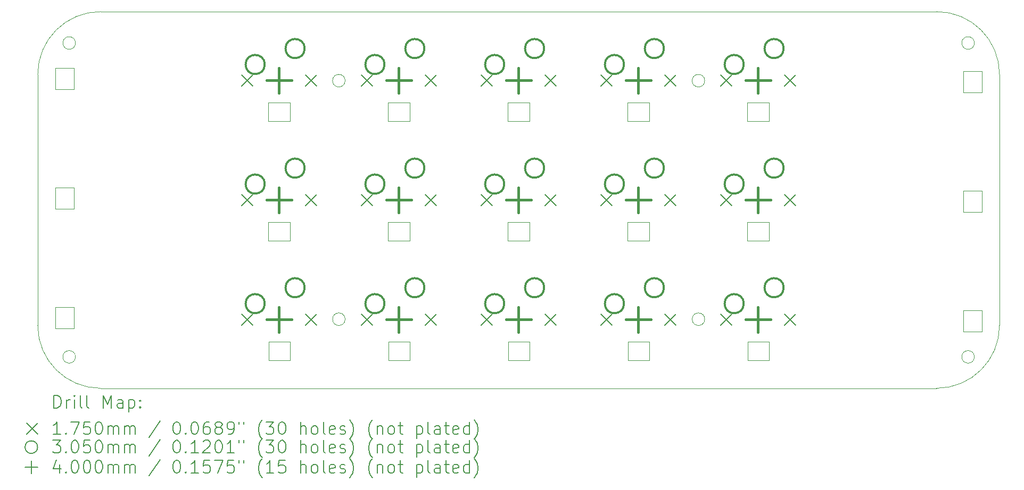
<source format=gbr>
%TF.GenerationSoftware,KiCad,Pcbnew,8.0.5*%
%TF.CreationDate,2024-11-23T20:31:24+11:00*%
%TF.ProjectId,Macro Mixer,4d616372-6f20-44d6-9978-65722e6b6963,rev?*%
%TF.SameCoordinates,Original*%
%TF.FileFunction,Drillmap*%
%TF.FilePolarity,Positive*%
%FSLAX45Y45*%
G04 Gerber Fmt 4.5, Leading zero omitted, Abs format (unit mm)*
G04 Created by KiCad (PCBNEW 8.0.5) date 2024-11-23 20:31:24*
%MOMM*%
%LPD*%
G01*
G04 APERTURE LIST*
%ADD10C,0.050000*%
%ADD11C,0.100000*%
%ADD12C,0.200000*%
%ADD13C,0.175000*%
%ADD14C,0.305000*%
%ADD15C,0.400000*%
G04 APERTURE END LIST*
D10*
X8200000Y-7500000D02*
G75*
G02*
X8000000Y-7500000I-100000J0D01*
G01*
X8000000Y-7500000D02*
G75*
G02*
X8200000Y-7500000I100000J0D01*
G01*
X22500000Y-12500000D02*
G75*
G02*
X22300000Y-12500000I-100000J0D01*
G01*
X22300000Y-12500000D02*
G75*
G02*
X22500000Y-12500000I100000J0D01*
G01*
X18210000Y-8100000D02*
G75*
G02*
X18010000Y-8100000I-100000J0D01*
G01*
X18010000Y-8100000D02*
G75*
G02*
X18210000Y-8100000I100000J0D01*
G01*
X7600000Y-8000000D02*
G75*
G02*
X8600000Y-7000000I1000000J0D01*
G01*
X8600000Y-13000000D02*
G75*
G02*
X7600000Y-12000000I0J1000000D01*
G01*
X12490000Y-8100000D02*
G75*
G02*
X12290000Y-8100000I-100000J0D01*
G01*
X12290000Y-8100000D02*
G75*
G02*
X12490000Y-8100000I100000J0D01*
G01*
X8200000Y-12500000D02*
G75*
G02*
X8000000Y-12500000I-100000J0D01*
G01*
X8000000Y-12500000D02*
G75*
G02*
X8200000Y-12500000I100000J0D01*
G01*
X7600000Y-8000000D02*
X7600000Y-12000000D01*
X12490000Y-11900000D02*
G75*
G02*
X12290000Y-11900000I-100000J0D01*
G01*
X12290000Y-11900000D02*
G75*
G02*
X12490000Y-11900000I100000J0D01*
G01*
X22900000Y-8000000D02*
X22900000Y-12000000D01*
X8600000Y-13000000D02*
X21900000Y-13000000D01*
X22900000Y-12000000D02*
G75*
G02*
X21900000Y-13000000I-1000000J0D01*
G01*
X22500000Y-7500000D02*
G75*
G02*
X22300000Y-7500000I-100000J0D01*
G01*
X22300000Y-7500000D02*
G75*
G02*
X22500000Y-7500000I100000J0D01*
G01*
X18210000Y-11900000D02*
G75*
G02*
X18010000Y-11900000I-100000J0D01*
G01*
X18010000Y-11900000D02*
G75*
G02*
X18210000Y-11900000I100000J0D01*
G01*
X8600000Y-7000000D02*
X21900000Y-7000000D01*
X21900000Y-7000000D02*
G75*
G02*
X22900000Y-8000000I0J-1000000D01*
G01*
D11*
X22622500Y-10196250D02*
X22322500Y-10196250D01*
X22322500Y-9856250D01*
X22622500Y-9856250D01*
X22622500Y-10196250D01*
X22622500Y-8291250D02*
X22322500Y-8291250D01*
X22322500Y-7951250D01*
X22622500Y-7951250D01*
X22622500Y-8291250D01*
X22622500Y-12101250D02*
X22322500Y-12101250D01*
X22322500Y-11761250D01*
X22622500Y-11761250D01*
X22622500Y-12101250D01*
X15420000Y-10351250D02*
X15080000Y-10351250D01*
X15080000Y-10651250D01*
X15420000Y-10651250D01*
X15420000Y-10351250D01*
X13515000Y-8446250D02*
X13175000Y-8446250D01*
X13175000Y-8746250D01*
X13515000Y-8746250D01*
X13515000Y-8446250D01*
X15085000Y-12556250D02*
X15425000Y-12556250D01*
X15425000Y-12256250D01*
X15085000Y-12256250D01*
X15085000Y-12556250D01*
X11610000Y-8446250D02*
X11270000Y-8446250D01*
X11270000Y-8746250D01*
X11610000Y-8746250D01*
X11610000Y-8446250D01*
X7877500Y-11711250D02*
X8177500Y-11711250D01*
X8177500Y-12051250D01*
X7877500Y-12051250D01*
X7877500Y-11711250D01*
X15420000Y-8446250D02*
X15080000Y-8446250D01*
X15080000Y-8746250D01*
X15420000Y-8746250D01*
X15420000Y-8446250D01*
X13180000Y-12556250D02*
X13520000Y-12556250D01*
X13520000Y-12256250D01*
X13180000Y-12256250D01*
X13180000Y-12556250D01*
X19230000Y-8446250D02*
X18890000Y-8446250D01*
X18890000Y-8746250D01*
X19230000Y-8746250D01*
X19230000Y-8446250D01*
X18895000Y-12556250D02*
X19235000Y-12556250D01*
X19235000Y-12256250D01*
X18895000Y-12256250D01*
X18895000Y-12556250D01*
X17325000Y-10351250D02*
X16985000Y-10351250D01*
X16985000Y-10651250D01*
X17325000Y-10651250D01*
X17325000Y-10351250D01*
X16990000Y-12556250D02*
X17330000Y-12556250D01*
X17330000Y-12256250D01*
X16990000Y-12256250D01*
X16990000Y-12556250D01*
X19230000Y-10351250D02*
X18890000Y-10351250D01*
X18890000Y-10651250D01*
X19230000Y-10651250D01*
X19230000Y-10351250D01*
X11610000Y-10351250D02*
X11270000Y-10351250D01*
X11270000Y-10651250D01*
X11610000Y-10651250D01*
X11610000Y-10351250D01*
X17325000Y-8446250D02*
X16985000Y-8446250D01*
X16985000Y-8746250D01*
X17325000Y-8746250D01*
X17325000Y-8446250D01*
X11275000Y-12556250D02*
X11615000Y-12556250D01*
X11615000Y-12256250D01*
X11275000Y-12256250D01*
X11275000Y-12556250D01*
X13515000Y-10351250D02*
X13175000Y-10351250D01*
X13175000Y-10651250D01*
X13515000Y-10651250D01*
X13515000Y-10351250D01*
X7877500Y-9806250D02*
X8177500Y-9806250D01*
X8177500Y-10146250D01*
X7877500Y-10146250D01*
X7877500Y-9806250D01*
X7877500Y-7901250D02*
X8177500Y-7901250D01*
X8177500Y-8241250D01*
X7877500Y-8241250D01*
X7877500Y-7901250D01*
D12*
D13*
X10844500Y-8008750D02*
X11019500Y-8183750D01*
X11019500Y-8008750D02*
X10844500Y-8183750D01*
X10844500Y-9913750D02*
X11019500Y-10088750D01*
X11019500Y-9913750D02*
X10844500Y-10088750D01*
X10844500Y-11818750D02*
X11019500Y-11993750D01*
X11019500Y-11818750D02*
X10844500Y-11993750D01*
X11860500Y-8008750D02*
X12035500Y-8183750D01*
X12035500Y-8008750D02*
X11860500Y-8183750D01*
X11860500Y-9913750D02*
X12035500Y-10088750D01*
X12035500Y-9913750D02*
X11860500Y-10088750D01*
X11860500Y-11818750D02*
X12035500Y-11993750D01*
X12035500Y-11818750D02*
X11860500Y-11993750D01*
X12749500Y-8008750D02*
X12924500Y-8183750D01*
X12924500Y-8008750D02*
X12749500Y-8183750D01*
X12749500Y-9913750D02*
X12924500Y-10088750D01*
X12924500Y-9913750D02*
X12749500Y-10088750D01*
X12749500Y-11818750D02*
X12924500Y-11993750D01*
X12924500Y-11818750D02*
X12749500Y-11993750D01*
X13765500Y-8008750D02*
X13940500Y-8183750D01*
X13940500Y-8008750D02*
X13765500Y-8183750D01*
X13765500Y-9913750D02*
X13940500Y-10088750D01*
X13940500Y-9913750D02*
X13765500Y-10088750D01*
X13765500Y-11818750D02*
X13940500Y-11993750D01*
X13940500Y-11818750D02*
X13765500Y-11993750D01*
X14654500Y-8008750D02*
X14829500Y-8183750D01*
X14829500Y-8008750D02*
X14654500Y-8183750D01*
X14654500Y-9913750D02*
X14829500Y-10088750D01*
X14829500Y-9913750D02*
X14654500Y-10088750D01*
X14654500Y-11818750D02*
X14829500Y-11993750D01*
X14829500Y-11818750D02*
X14654500Y-11993750D01*
X15670500Y-8008750D02*
X15845500Y-8183750D01*
X15845500Y-8008750D02*
X15670500Y-8183750D01*
X15670500Y-9913750D02*
X15845500Y-10088750D01*
X15845500Y-9913750D02*
X15670500Y-10088750D01*
X15670500Y-11818750D02*
X15845500Y-11993750D01*
X15845500Y-11818750D02*
X15670500Y-11993750D01*
X16559500Y-8008750D02*
X16734500Y-8183750D01*
X16734500Y-8008750D02*
X16559500Y-8183750D01*
X16559500Y-9913750D02*
X16734500Y-10088750D01*
X16734500Y-9913750D02*
X16559500Y-10088750D01*
X16559500Y-11818750D02*
X16734500Y-11993750D01*
X16734500Y-11818750D02*
X16559500Y-11993750D01*
X17575500Y-8008750D02*
X17750500Y-8183750D01*
X17750500Y-8008750D02*
X17575500Y-8183750D01*
X17575500Y-9913750D02*
X17750500Y-10088750D01*
X17750500Y-9913750D02*
X17575500Y-10088750D01*
X17575500Y-11818750D02*
X17750500Y-11993750D01*
X17750500Y-11818750D02*
X17575500Y-11993750D01*
X18464500Y-8008750D02*
X18639500Y-8183750D01*
X18639500Y-8008750D02*
X18464500Y-8183750D01*
X18464500Y-9913750D02*
X18639500Y-10088750D01*
X18639500Y-9913750D02*
X18464500Y-10088750D01*
X18464500Y-11818750D02*
X18639500Y-11993750D01*
X18639500Y-11818750D02*
X18464500Y-11993750D01*
X19480500Y-8008750D02*
X19655500Y-8183750D01*
X19655500Y-8008750D02*
X19480500Y-8183750D01*
X19480500Y-9913750D02*
X19655500Y-10088750D01*
X19655500Y-9913750D02*
X19480500Y-10088750D01*
X19480500Y-11818750D02*
X19655500Y-11993750D01*
X19655500Y-11818750D02*
X19480500Y-11993750D01*
D14*
X11211500Y-7842250D02*
G75*
G02*
X10906500Y-7842250I-152500J0D01*
G01*
X10906500Y-7842250D02*
G75*
G02*
X11211500Y-7842250I152500J0D01*
G01*
X11211500Y-9747250D02*
G75*
G02*
X10906500Y-9747250I-152500J0D01*
G01*
X10906500Y-9747250D02*
G75*
G02*
X11211500Y-9747250I152500J0D01*
G01*
X11211500Y-11652250D02*
G75*
G02*
X10906500Y-11652250I-152500J0D01*
G01*
X10906500Y-11652250D02*
G75*
G02*
X11211500Y-11652250I152500J0D01*
G01*
X11846500Y-7588250D02*
G75*
G02*
X11541500Y-7588250I-152500J0D01*
G01*
X11541500Y-7588250D02*
G75*
G02*
X11846500Y-7588250I152500J0D01*
G01*
X11846500Y-9493250D02*
G75*
G02*
X11541500Y-9493250I-152500J0D01*
G01*
X11541500Y-9493250D02*
G75*
G02*
X11846500Y-9493250I152500J0D01*
G01*
X11846500Y-11398250D02*
G75*
G02*
X11541500Y-11398250I-152500J0D01*
G01*
X11541500Y-11398250D02*
G75*
G02*
X11846500Y-11398250I152500J0D01*
G01*
X13116500Y-7842250D02*
G75*
G02*
X12811500Y-7842250I-152500J0D01*
G01*
X12811500Y-7842250D02*
G75*
G02*
X13116500Y-7842250I152500J0D01*
G01*
X13116500Y-9747250D02*
G75*
G02*
X12811500Y-9747250I-152500J0D01*
G01*
X12811500Y-9747250D02*
G75*
G02*
X13116500Y-9747250I152500J0D01*
G01*
X13116500Y-11652250D02*
G75*
G02*
X12811500Y-11652250I-152500J0D01*
G01*
X12811500Y-11652250D02*
G75*
G02*
X13116500Y-11652250I152500J0D01*
G01*
X13751500Y-7588250D02*
G75*
G02*
X13446500Y-7588250I-152500J0D01*
G01*
X13446500Y-7588250D02*
G75*
G02*
X13751500Y-7588250I152500J0D01*
G01*
X13751500Y-9493250D02*
G75*
G02*
X13446500Y-9493250I-152500J0D01*
G01*
X13446500Y-9493250D02*
G75*
G02*
X13751500Y-9493250I152500J0D01*
G01*
X13751500Y-11398250D02*
G75*
G02*
X13446500Y-11398250I-152500J0D01*
G01*
X13446500Y-11398250D02*
G75*
G02*
X13751500Y-11398250I152500J0D01*
G01*
X15021500Y-7842250D02*
G75*
G02*
X14716500Y-7842250I-152500J0D01*
G01*
X14716500Y-7842250D02*
G75*
G02*
X15021500Y-7842250I152500J0D01*
G01*
X15021500Y-9747250D02*
G75*
G02*
X14716500Y-9747250I-152500J0D01*
G01*
X14716500Y-9747250D02*
G75*
G02*
X15021500Y-9747250I152500J0D01*
G01*
X15021500Y-11652250D02*
G75*
G02*
X14716500Y-11652250I-152500J0D01*
G01*
X14716500Y-11652250D02*
G75*
G02*
X15021500Y-11652250I152500J0D01*
G01*
X15656500Y-7588250D02*
G75*
G02*
X15351500Y-7588250I-152500J0D01*
G01*
X15351500Y-7588250D02*
G75*
G02*
X15656500Y-7588250I152500J0D01*
G01*
X15656500Y-9493250D02*
G75*
G02*
X15351500Y-9493250I-152500J0D01*
G01*
X15351500Y-9493250D02*
G75*
G02*
X15656500Y-9493250I152500J0D01*
G01*
X15656500Y-11398250D02*
G75*
G02*
X15351500Y-11398250I-152500J0D01*
G01*
X15351500Y-11398250D02*
G75*
G02*
X15656500Y-11398250I152500J0D01*
G01*
X16926500Y-7842250D02*
G75*
G02*
X16621500Y-7842250I-152500J0D01*
G01*
X16621500Y-7842250D02*
G75*
G02*
X16926500Y-7842250I152500J0D01*
G01*
X16926500Y-9747250D02*
G75*
G02*
X16621500Y-9747250I-152500J0D01*
G01*
X16621500Y-9747250D02*
G75*
G02*
X16926500Y-9747250I152500J0D01*
G01*
X16926500Y-11652250D02*
G75*
G02*
X16621500Y-11652250I-152500J0D01*
G01*
X16621500Y-11652250D02*
G75*
G02*
X16926500Y-11652250I152500J0D01*
G01*
X17561500Y-7588250D02*
G75*
G02*
X17256500Y-7588250I-152500J0D01*
G01*
X17256500Y-7588250D02*
G75*
G02*
X17561500Y-7588250I152500J0D01*
G01*
X17561500Y-9493250D02*
G75*
G02*
X17256500Y-9493250I-152500J0D01*
G01*
X17256500Y-9493250D02*
G75*
G02*
X17561500Y-9493250I152500J0D01*
G01*
X17561500Y-11398250D02*
G75*
G02*
X17256500Y-11398250I-152500J0D01*
G01*
X17256500Y-11398250D02*
G75*
G02*
X17561500Y-11398250I152500J0D01*
G01*
X18831500Y-7842250D02*
G75*
G02*
X18526500Y-7842250I-152500J0D01*
G01*
X18526500Y-7842250D02*
G75*
G02*
X18831500Y-7842250I152500J0D01*
G01*
X18831500Y-9747250D02*
G75*
G02*
X18526500Y-9747250I-152500J0D01*
G01*
X18526500Y-9747250D02*
G75*
G02*
X18831500Y-9747250I152500J0D01*
G01*
X18831500Y-11652250D02*
G75*
G02*
X18526500Y-11652250I-152500J0D01*
G01*
X18526500Y-11652250D02*
G75*
G02*
X18831500Y-11652250I152500J0D01*
G01*
X19466500Y-7588250D02*
G75*
G02*
X19161500Y-7588250I-152500J0D01*
G01*
X19161500Y-7588250D02*
G75*
G02*
X19466500Y-7588250I152500J0D01*
G01*
X19466500Y-9493250D02*
G75*
G02*
X19161500Y-9493250I-152500J0D01*
G01*
X19161500Y-9493250D02*
G75*
G02*
X19466500Y-9493250I152500J0D01*
G01*
X19466500Y-11398250D02*
G75*
G02*
X19161500Y-11398250I-152500J0D01*
G01*
X19161500Y-11398250D02*
G75*
G02*
X19466500Y-11398250I152500J0D01*
G01*
D15*
X11440000Y-7896250D02*
X11440000Y-8296250D01*
X11240000Y-8096250D02*
X11640000Y-8096250D01*
X11440000Y-9801250D02*
X11440000Y-10201250D01*
X11240000Y-10001250D02*
X11640000Y-10001250D01*
X11440000Y-11706250D02*
X11440000Y-12106250D01*
X11240000Y-11906250D02*
X11640000Y-11906250D01*
X13345000Y-7896250D02*
X13345000Y-8296250D01*
X13145000Y-8096250D02*
X13545000Y-8096250D01*
X13345000Y-9801250D02*
X13345000Y-10201250D01*
X13145000Y-10001250D02*
X13545000Y-10001250D01*
X13345000Y-11706250D02*
X13345000Y-12106250D01*
X13145000Y-11906250D02*
X13545000Y-11906250D01*
X15250000Y-7896250D02*
X15250000Y-8296250D01*
X15050000Y-8096250D02*
X15450000Y-8096250D01*
X15250000Y-9801250D02*
X15250000Y-10201250D01*
X15050000Y-10001250D02*
X15450000Y-10001250D01*
X15250000Y-11706250D02*
X15250000Y-12106250D01*
X15050000Y-11906250D02*
X15450000Y-11906250D01*
X17155000Y-7896250D02*
X17155000Y-8296250D01*
X16955000Y-8096250D02*
X17355000Y-8096250D01*
X17155000Y-9801250D02*
X17155000Y-10201250D01*
X16955000Y-10001250D02*
X17355000Y-10001250D01*
X17155000Y-11706250D02*
X17155000Y-12106250D01*
X16955000Y-11906250D02*
X17355000Y-11906250D01*
X19060000Y-7896250D02*
X19060000Y-8296250D01*
X18860000Y-8096250D02*
X19260000Y-8096250D01*
X19060000Y-9801250D02*
X19060000Y-10201250D01*
X18860000Y-10001250D02*
X19260000Y-10001250D01*
X19060000Y-11706250D02*
X19060000Y-12106250D01*
X18860000Y-11906250D02*
X19260000Y-11906250D01*
D12*
X7858277Y-13313984D02*
X7858277Y-13113984D01*
X7858277Y-13113984D02*
X7905896Y-13113984D01*
X7905896Y-13113984D02*
X7934467Y-13123508D01*
X7934467Y-13123508D02*
X7953515Y-13142555D01*
X7953515Y-13142555D02*
X7963039Y-13161603D01*
X7963039Y-13161603D02*
X7972562Y-13199698D01*
X7972562Y-13199698D02*
X7972562Y-13228269D01*
X7972562Y-13228269D02*
X7963039Y-13266365D01*
X7963039Y-13266365D02*
X7953515Y-13285412D01*
X7953515Y-13285412D02*
X7934467Y-13304460D01*
X7934467Y-13304460D02*
X7905896Y-13313984D01*
X7905896Y-13313984D02*
X7858277Y-13313984D01*
X8058277Y-13313984D02*
X8058277Y-13180650D01*
X8058277Y-13218746D02*
X8067801Y-13199698D01*
X8067801Y-13199698D02*
X8077324Y-13190174D01*
X8077324Y-13190174D02*
X8096372Y-13180650D01*
X8096372Y-13180650D02*
X8115420Y-13180650D01*
X8182086Y-13313984D02*
X8182086Y-13180650D01*
X8182086Y-13113984D02*
X8172562Y-13123508D01*
X8172562Y-13123508D02*
X8182086Y-13133031D01*
X8182086Y-13133031D02*
X8191610Y-13123508D01*
X8191610Y-13123508D02*
X8182086Y-13113984D01*
X8182086Y-13113984D02*
X8182086Y-13133031D01*
X8305896Y-13313984D02*
X8286848Y-13304460D01*
X8286848Y-13304460D02*
X8277324Y-13285412D01*
X8277324Y-13285412D02*
X8277324Y-13113984D01*
X8410658Y-13313984D02*
X8391610Y-13304460D01*
X8391610Y-13304460D02*
X8382086Y-13285412D01*
X8382086Y-13285412D02*
X8382086Y-13113984D01*
X8639229Y-13313984D02*
X8639229Y-13113984D01*
X8639229Y-13113984D02*
X8705896Y-13256841D01*
X8705896Y-13256841D02*
X8772563Y-13113984D01*
X8772563Y-13113984D02*
X8772563Y-13313984D01*
X8953515Y-13313984D02*
X8953515Y-13209222D01*
X8953515Y-13209222D02*
X8943991Y-13190174D01*
X8943991Y-13190174D02*
X8924944Y-13180650D01*
X8924944Y-13180650D02*
X8886848Y-13180650D01*
X8886848Y-13180650D02*
X8867801Y-13190174D01*
X8953515Y-13304460D02*
X8934467Y-13313984D01*
X8934467Y-13313984D02*
X8886848Y-13313984D01*
X8886848Y-13313984D02*
X8867801Y-13304460D01*
X8867801Y-13304460D02*
X8858277Y-13285412D01*
X8858277Y-13285412D02*
X8858277Y-13266365D01*
X8858277Y-13266365D02*
X8867801Y-13247317D01*
X8867801Y-13247317D02*
X8886848Y-13237793D01*
X8886848Y-13237793D02*
X8934467Y-13237793D01*
X8934467Y-13237793D02*
X8953515Y-13228269D01*
X9048753Y-13180650D02*
X9048753Y-13380650D01*
X9048753Y-13190174D02*
X9067801Y-13180650D01*
X9067801Y-13180650D02*
X9105896Y-13180650D01*
X9105896Y-13180650D02*
X9124944Y-13190174D01*
X9124944Y-13190174D02*
X9134467Y-13199698D01*
X9134467Y-13199698D02*
X9143991Y-13218746D01*
X9143991Y-13218746D02*
X9143991Y-13275888D01*
X9143991Y-13275888D02*
X9134467Y-13294936D01*
X9134467Y-13294936D02*
X9124944Y-13304460D01*
X9124944Y-13304460D02*
X9105896Y-13313984D01*
X9105896Y-13313984D02*
X9067801Y-13313984D01*
X9067801Y-13313984D02*
X9048753Y-13304460D01*
X9229705Y-13294936D02*
X9239229Y-13304460D01*
X9239229Y-13304460D02*
X9229705Y-13313984D01*
X9229705Y-13313984D02*
X9220182Y-13304460D01*
X9220182Y-13304460D02*
X9229705Y-13294936D01*
X9229705Y-13294936D02*
X9229705Y-13313984D01*
X9229705Y-13190174D02*
X9239229Y-13199698D01*
X9239229Y-13199698D02*
X9229705Y-13209222D01*
X9229705Y-13209222D02*
X9220182Y-13199698D01*
X9220182Y-13199698D02*
X9229705Y-13190174D01*
X9229705Y-13190174D02*
X9229705Y-13209222D01*
D13*
X7422500Y-13555000D02*
X7597500Y-13730000D01*
X7597500Y-13555000D02*
X7422500Y-13730000D01*
D12*
X7963039Y-13733984D02*
X7848753Y-13733984D01*
X7905896Y-13733984D02*
X7905896Y-13533984D01*
X7905896Y-13533984D02*
X7886848Y-13562555D01*
X7886848Y-13562555D02*
X7867801Y-13581603D01*
X7867801Y-13581603D02*
X7848753Y-13591127D01*
X8048753Y-13714936D02*
X8058277Y-13724460D01*
X8058277Y-13724460D02*
X8048753Y-13733984D01*
X8048753Y-13733984D02*
X8039229Y-13724460D01*
X8039229Y-13724460D02*
X8048753Y-13714936D01*
X8048753Y-13714936D02*
X8048753Y-13733984D01*
X8124943Y-13533984D02*
X8258277Y-13533984D01*
X8258277Y-13533984D02*
X8172562Y-13733984D01*
X8429705Y-13533984D02*
X8334467Y-13533984D01*
X8334467Y-13533984D02*
X8324943Y-13629222D01*
X8324943Y-13629222D02*
X8334467Y-13619698D01*
X8334467Y-13619698D02*
X8353515Y-13610174D01*
X8353515Y-13610174D02*
X8401134Y-13610174D01*
X8401134Y-13610174D02*
X8420182Y-13619698D01*
X8420182Y-13619698D02*
X8429705Y-13629222D01*
X8429705Y-13629222D02*
X8439229Y-13648269D01*
X8439229Y-13648269D02*
X8439229Y-13695888D01*
X8439229Y-13695888D02*
X8429705Y-13714936D01*
X8429705Y-13714936D02*
X8420182Y-13724460D01*
X8420182Y-13724460D02*
X8401134Y-13733984D01*
X8401134Y-13733984D02*
X8353515Y-13733984D01*
X8353515Y-13733984D02*
X8334467Y-13724460D01*
X8334467Y-13724460D02*
X8324943Y-13714936D01*
X8563039Y-13533984D02*
X8582086Y-13533984D01*
X8582086Y-13533984D02*
X8601134Y-13543508D01*
X8601134Y-13543508D02*
X8610658Y-13553031D01*
X8610658Y-13553031D02*
X8620182Y-13572079D01*
X8620182Y-13572079D02*
X8629705Y-13610174D01*
X8629705Y-13610174D02*
X8629705Y-13657793D01*
X8629705Y-13657793D02*
X8620182Y-13695888D01*
X8620182Y-13695888D02*
X8610658Y-13714936D01*
X8610658Y-13714936D02*
X8601134Y-13724460D01*
X8601134Y-13724460D02*
X8582086Y-13733984D01*
X8582086Y-13733984D02*
X8563039Y-13733984D01*
X8563039Y-13733984D02*
X8543991Y-13724460D01*
X8543991Y-13724460D02*
X8534467Y-13714936D01*
X8534467Y-13714936D02*
X8524944Y-13695888D01*
X8524944Y-13695888D02*
X8515420Y-13657793D01*
X8515420Y-13657793D02*
X8515420Y-13610174D01*
X8515420Y-13610174D02*
X8524944Y-13572079D01*
X8524944Y-13572079D02*
X8534467Y-13553031D01*
X8534467Y-13553031D02*
X8543991Y-13543508D01*
X8543991Y-13543508D02*
X8563039Y-13533984D01*
X8715420Y-13733984D02*
X8715420Y-13600650D01*
X8715420Y-13619698D02*
X8724944Y-13610174D01*
X8724944Y-13610174D02*
X8743991Y-13600650D01*
X8743991Y-13600650D02*
X8772563Y-13600650D01*
X8772563Y-13600650D02*
X8791610Y-13610174D01*
X8791610Y-13610174D02*
X8801134Y-13629222D01*
X8801134Y-13629222D02*
X8801134Y-13733984D01*
X8801134Y-13629222D02*
X8810658Y-13610174D01*
X8810658Y-13610174D02*
X8829705Y-13600650D01*
X8829705Y-13600650D02*
X8858277Y-13600650D01*
X8858277Y-13600650D02*
X8877325Y-13610174D01*
X8877325Y-13610174D02*
X8886848Y-13629222D01*
X8886848Y-13629222D02*
X8886848Y-13733984D01*
X8982086Y-13733984D02*
X8982086Y-13600650D01*
X8982086Y-13619698D02*
X8991610Y-13610174D01*
X8991610Y-13610174D02*
X9010658Y-13600650D01*
X9010658Y-13600650D02*
X9039229Y-13600650D01*
X9039229Y-13600650D02*
X9058277Y-13610174D01*
X9058277Y-13610174D02*
X9067801Y-13629222D01*
X9067801Y-13629222D02*
X9067801Y-13733984D01*
X9067801Y-13629222D02*
X9077325Y-13610174D01*
X9077325Y-13610174D02*
X9096372Y-13600650D01*
X9096372Y-13600650D02*
X9124944Y-13600650D01*
X9124944Y-13600650D02*
X9143991Y-13610174D01*
X9143991Y-13610174D02*
X9153515Y-13629222D01*
X9153515Y-13629222D02*
X9153515Y-13733984D01*
X9543991Y-13524460D02*
X9372563Y-13781603D01*
X9801134Y-13533984D02*
X9820182Y-13533984D01*
X9820182Y-13533984D02*
X9839229Y-13543508D01*
X9839229Y-13543508D02*
X9848753Y-13553031D01*
X9848753Y-13553031D02*
X9858277Y-13572079D01*
X9858277Y-13572079D02*
X9867801Y-13610174D01*
X9867801Y-13610174D02*
X9867801Y-13657793D01*
X9867801Y-13657793D02*
X9858277Y-13695888D01*
X9858277Y-13695888D02*
X9848753Y-13714936D01*
X9848753Y-13714936D02*
X9839229Y-13724460D01*
X9839229Y-13724460D02*
X9820182Y-13733984D01*
X9820182Y-13733984D02*
X9801134Y-13733984D01*
X9801134Y-13733984D02*
X9782087Y-13724460D01*
X9782087Y-13724460D02*
X9772563Y-13714936D01*
X9772563Y-13714936D02*
X9763039Y-13695888D01*
X9763039Y-13695888D02*
X9753515Y-13657793D01*
X9753515Y-13657793D02*
X9753515Y-13610174D01*
X9753515Y-13610174D02*
X9763039Y-13572079D01*
X9763039Y-13572079D02*
X9772563Y-13553031D01*
X9772563Y-13553031D02*
X9782087Y-13543508D01*
X9782087Y-13543508D02*
X9801134Y-13533984D01*
X9953515Y-13714936D02*
X9963039Y-13724460D01*
X9963039Y-13724460D02*
X9953515Y-13733984D01*
X9953515Y-13733984D02*
X9943991Y-13724460D01*
X9943991Y-13724460D02*
X9953515Y-13714936D01*
X9953515Y-13714936D02*
X9953515Y-13733984D01*
X10086848Y-13533984D02*
X10105896Y-13533984D01*
X10105896Y-13533984D02*
X10124944Y-13543508D01*
X10124944Y-13543508D02*
X10134468Y-13553031D01*
X10134468Y-13553031D02*
X10143991Y-13572079D01*
X10143991Y-13572079D02*
X10153515Y-13610174D01*
X10153515Y-13610174D02*
X10153515Y-13657793D01*
X10153515Y-13657793D02*
X10143991Y-13695888D01*
X10143991Y-13695888D02*
X10134468Y-13714936D01*
X10134468Y-13714936D02*
X10124944Y-13724460D01*
X10124944Y-13724460D02*
X10105896Y-13733984D01*
X10105896Y-13733984D02*
X10086848Y-13733984D01*
X10086848Y-13733984D02*
X10067801Y-13724460D01*
X10067801Y-13724460D02*
X10058277Y-13714936D01*
X10058277Y-13714936D02*
X10048753Y-13695888D01*
X10048753Y-13695888D02*
X10039229Y-13657793D01*
X10039229Y-13657793D02*
X10039229Y-13610174D01*
X10039229Y-13610174D02*
X10048753Y-13572079D01*
X10048753Y-13572079D02*
X10058277Y-13553031D01*
X10058277Y-13553031D02*
X10067801Y-13543508D01*
X10067801Y-13543508D02*
X10086848Y-13533984D01*
X10324944Y-13533984D02*
X10286848Y-13533984D01*
X10286848Y-13533984D02*
X10267801Y-13543508D01*
X10267801Y-13543508D02*
X10258277Y-13553031D01*
X10258277Y-13553031D02*
X10239229Y-13581603D01*
X10239229Y-13581603D02*
X10229706Y-13619698D01*
X10229706Y-13619698D02*
X10229706Y-13695888D01*
X10229706Y-13695888D02*
X10239229Y-13714936D01*
X10239229Y-13714936D02*
X10248753Y-13724460D01*
X10248753Y-13724460D02*
X10267801Y-13733984D01*
X10267801Y-13733984D02*
X10305896Y-13733984D01*
X10305896Y-13733984D02*
X10324944Y-13724460D01*
X10324944Y-13724460D02*
X10334468Y-13714936D01*
X10334468Y-13714936D02*
X10343991Y-13695888D01*
X10343991Y-13695888D02*
X10343991Y-13648269D01*
X10343991Y-13648269D02*
X10334468Y-13629222D01*
X10334468Y-13629222D02*
X10324944Y-13619698D01*
X10324944Y-13619698D02*
X10305896Y-13610174D01*
X10305896Y-13610174D02*
X10267801Y-13610174D01*
X10267801Y-13610174D02*
X10248753Y-13619698D01*
X10248753Y-13619698D02*
X10239229Y-13629222D01*
X10239229Y-13629222D02*
X10229706Y-13648269D01*
X10458277Y-13619698D02*
X10439229Y-13610174D01*
X10439229Y-13610174D02*
X10429706Y-13600650D01*
X10429706Y-13600650D02*
X10420182Y-13581603D01*
X10420182Y-13581603D02*
X10420182Y-13572079D01*
X10420182Y-13572079D02*
X10429706Y-13553031D01*
X10429706Y-13553031D02*
X10439229Y-13543508D01*
X10439229Y-13543508D02*
X10458277Y-13533984D01*
X10458277Y-13533984D02*
X10496372Y-13533984D01*
X10496372Y-13533984D02*
X10515420Y-13543508D01*
X10515420Y-13543508D02*
X10524944Y-13553031D01*
X10524944Y-13553031D02*
X10534468Y-13572079D01*
X10534468Y-13572079D02*
X10534468Y-13581603D01*
X10534468Y-13581603D02*
X10524944Y-13600650D01*
X10524944Y-13600650D02*
X10515420Y-13610174D01*
X10515420Y-13610174D02*
X10496372Y-13619698D01*
X10496372Y-13619698D02*
X10458277Y-13619698D01*
X10458277Y-13619698D02*
X10439229Y-13629222D01*
X10439229Y-13629222D02*
X10429706Y-13638746D01*
X10429706Y-13638746D02*
X10420182Y-13657793D01*
X10420182Y-13657793D02*
X10420182Y-13695888D01*
X10420182Y-13695888D02*
X10429706Y-13714936D01*
X10429706Y-13714936D02*
X10439229Y-13724460D01*
X10439229Y-13724460D02*
X10458277Y-13733984D01*
X10458277Y-13733984D02*
X10496372Y-13733984D01*
X10496372Y-13733984D02*
X10515420Y-13724460D01*
X10515420Y-13724460D02*
X10524944Y-13714936D01*
X10524944Y-13714936D02*
X10534468Y-13695888D01*
X10534468Y-13695888D02*
X10534468Y-13657793D01*
X10534468Y-13657793D02*
X10524944Y-13638746D01*
X10524944Y-13638746D02*
X10515420Y-13629222D01*
X10515420Y-13629222D02*
X10496372Y-13619698D01*
X10629706Y-13733984D02*
X10667801Y-13733984D01*
X10667801Y-13733984D02*
X10686849Y-13724460D01*
X10686849Y-13724460D02*
X10696372Y-13714936D01*
X10696372Y-13714936D02*
X10715420Y-13686365D01*
X10715420Y-13686365D02*
X10724944Y-13648269D01*
X10724944Y-13648269D02*
X10724944Y-13572079D01*
X10724944Y-13572079D02*
X10715420Y-13553031D01*
X10715420Y-13553031D02*
X10705896Y-13543508D01*
X10705896Y-13543508D02*
X10686849Y-13533984D01*
X10686849Y-13533984D02*
X10648753Y-13533984D01*
X10648753Y-13533984D02*
X10629706Y-13543508D01*
X10629706Y-13543508D02*
X10620182Y-13553031D01*
X10620182Y-13553031D02*
X10610658Y-13572079D01*
X10610658Y-13572079D02*
X10610658Y-13619698D01*
X10610658Y-13619698D02*
X10620182Y-13638746D01*
X10620182Y-13638746D02*
X10629706Y-13648269D01*
X10629706Y-13648269D02*
X10648753Y-13657793D01*
X10648753Y-13657793D02*
X10686849Y-13657793D01*
X10686849Y-13657793D02*
X10705896Y-13648269D01*
X10705896Y-13648269D02*
X10715420Y-13638746D01*
X10715420Y-13638746D02*
X10724944Y-13619698D01*
X10801134Y-13533984D02*
X10801134Y-13572079D01*
X10877325Y-13533984D02*
X10877325Y-13572079D01*
X11172563Y-13810174D02*
X11163039Y-13800650D01*
X11163039Y-13800650D02*
X11143991Y-13772079D01*
X11143991Y-13772079D02*
X11134468Y-13753031D01*
X11134468Y-13753031D02*
X11124944Y-13724460D01*
X11124944Y-13724460D02*
X11115420Y-13676841D01*
X11115420Y-13676841D02*
X11115420Y-13638746D01*
X11115420Y-13638746D02*
X11124944Y-13591127D01*
X11124944Y-13591127D02*
X11134468Y-13562555D01*
X11134468Y-13562555D02*
X11143991Y-13543508D01*
X11143991Y-13543508D02*
X11163039Y-13514936D01*
X11163039Y-13514936D02*
X11172563Y-13505412D01*
X11229706Y-13533984D02*
X11353515Y-13533984D01*
X11353515Y-13533984D02*
X11286848Y-13610174D01*
X11286848Y-13610174D02*
X11315420Y-13610174D01*
X11315420Y-13610174D02*
X11334468Y-13619698D01*
X11334468Y-13619698D02*
X11343991Y-13629222D01*
X11343991Y-13629222D02*
X11353515Y-13648269D01*
X11353515Y-13648269D02*
X11353515Y-13695888D01*
X11353515Y-13695888D02*
X11343991Y-13714936D01*
X11343991Y-13714936D02*
X11334468Y-13724460D01*
X11334468Y-13724460D02*
X11315420Y-13733984D01*
X11315420Y-13733984D02*
X11258277Y-13733984D01*
X11258277Y-13733984D02*
X11239229Y-13724460D01*
X11239229Y-13724460D02*
X11229706Y-13714936D01*
X11477325Y-13533984D02*
X11496372Y-13533984D01*
X11496372Y-13533984D02*
X11515420Y-13543508D01*
X11515420Y-13543508D02*
X11524944Y-13553031D01*
X11524944Y-13553031D02*
X11534468Y-13572079D01*
X11534468Y-13572079D02*
X11543991Y-13610174D01*
X11543991Y-13610174D02*
X11543991Y-13657793D01*
X11543991Y-13657793D02*
X11534468Y-13695888D01*
X11534468Y-13695888D02*
X11524944Y-13714936D01*
X11524944Y-13714936D02*
X11515420Y-13724460D01*
X11515420Y-13724460D02*
X11496372Y-13733984D01*
X11496372Y-13733984D02*
X11477325Y-13733984D01*
X11477325Y-13733984D02*
X11458277Y-13724460D01*
X11458277Y-13724460D02*
X11448753Y-13714936D01*
X11448753Y-13714936D02*
X11439229Y-13695888D01*
X11439229Y-13695888D02*
X11429706Y-13657793D01*
X11429706Y-13657793D02*
X11429706Y-13610174D01*
X11429706Y-13610174D02*
X11439229Y-13572079D01*
X11439229Y-13572079D02*
X11448753Y-13553031D01*
X11448753Y-13553031D02*
X11458277Y-13543508D01*
X11458277Y-13543508D02*
X11477325Y-13533984D01*
X11782087Y-13733984D02*
X11782087Y-13533984D01*
X11867801Y-13733984D02*
X11867801Y-13629222D01*
X11867801Y-13629222D02*
X11858277Y-13610174D01*
X11858277Y-13610174D02*
X11839230Y-13600650D01*
X11839230Y-13600650D02*
X11810658Y-13600650D01*
X11810658Y-13600650D02*
X11791610Y-13610174D01*
X11791610Y-13610174D02*
X11782087Y-13619698D01*
X11991610Y-13733984D02*
X11972563Y-13724460D01*
X11972563Y-13724460D02*
X11963039Y-13714936D01*
X11963039Y-13714936D02*
X11953515Y-13695888D01*
X11953515Y-13695888D02*
X11953515Y-13638746D01*
X11953515Y-13638746D02*
X11963039Y-13619698D01*
X11963039Y-13619698D02*
X11972563Y-13610174D01*
X11972563Y-13610174D02*
X11991610Y-13600650D01*
X11991610Y-13600650D02*
X12020182Y-13600650D01*
X12020182Y-13600650D02*
X12039230Y-13610174D01*
X12039230Y-13610174D02*
X12048753Y-13619698D01*
X12048753Y-13619698D02*
X12058277Y-13638746D01*
X12058277Y-13638746D02*
X12058277Y-13695888D01*
X12058277Y-13695888D02*
X12048753Y-13714936D01*
X12048753Y-13714936D02*
X12039230Y-13724460D01*
X12039230Y-13724460D02*
X12020182Y-13733984D01*
X12020182Y-13733984D02*
X11991610Y-13733984D01*
X12172563Y-13733984D02*
X12153515Y-13724460D01*
X12153515Y-13724460D02*
X12143991Y-13705412D01*
X12143991Y-13705412D02*
X12143991Y-13533984D01*
X12324944Y-13724460D02*
X12305896Y-13733984D01*
X12305896Y-13733984D02*
X12267801Y-13733984D01*
X12267801Y-13733984D02*
X12248753Y-13724460D01*
X12248753Y-13724460D02*
X12239230Y-13705412D01*
X12239230Y-13705412D02*
X12239230Y-13629222D01*
X12239230Y-13629222D02*
X12248753Y-13610174D01*
X12248753Y-13610174D02*
X12267801Y-13600650D01*
X12267801Y-13600650D02*
X12305896Y-13600650D01*
X12305896Y-13600650D02*
X12324944Y-13610174D01*
X12324944Y-13610174D02*
X12334468Y-13629222D01*
X12334468Y-13629222D02*
X12334468Y-13648269D01*
X12334468Y-13648269D02*
X12239230Y-13667317D01*
X12410658Y-13724460D02*
X12429706Y-13733984D01*
X12429706Y-13733984D02*
X12467801Y-13733984D01*
X12467801Y-13733984D02*
X12486849Y-13724460D01*
X12486849Y-13724460D02*
X12496372Y-13705412D01*
X12496372Y-13705412D02*
X12496372Y-13695888D01*
X12496372Y-13695888D02*
X12486849Y-13676841D01*
X12486849Y-13676841D02*
X12467801Y-13667317D01*
X12467801Y-13667317D02*
X12439230Y-13667317D01*
X12439230Y-13667317D02*
X12420182Y-13657793D01*
X12420182Y-13657793D02*
X12410658Y-13638746D01*
X12410658Y-13638746D02*
X12410658Y-13629222D01*
X12410658Y-13629222D02*
X12420182Y-13610174D01*
X12420182Y-13610174D02*
X12439230Y-13600650D01*
X12439230Y-13600650D02*
X12467801Y-13600650D01*
X12467801Y-13600650D02*
X12486849Y-13610174D01*
X12563039Y-13810174D02*
X12572563Y-13800650D01*
X12572563Y-13800650D02*
X12591611Y-13772079D01*
X12591611Y-13772079D02*
X12601134Y-13753031D01*
X12601134Y-13753031D02*
X12610658Y-13724460D01*
X12610658Y-13724460D02*
X12620182Y-13676841D01*
X12620182Y-13676841D02*
X12620182Y-13638746D01*
X12620182Y-13638746D02*
X12610658Y-13591127D01*
X12610658Y-13591127D02*
X12601134Y-13562555D01*
X12601134Y-13562555D02*
X12591611Y-13543508D01*
X12591611Y-13543508D02*
X12572563Y-13514936D01*
X12572563Y-13514936D02*
X12563039Y-13505412D01*
X12924944Y-13810174D02*
X12915420Y-13800650D01*
X12915420Y-13800650D02*
X12896372Y-13772079D01*
X12896372Y-13772079D02*
X12886849Y-13753031D01*
X12886849Y-13753031D02*
X12877325Y-13724460D01*
X12877325Y-13724460D02*
X12867801Y-13676841D01*
X12867801Y-13676841D02*
X12867801Y-13638746D01*
X12867801Y-13638746D02*
X12877325Y-13591127D01*
X12877325Y-13591127D02*
X12886849Y-13562555D01*
X12886849Y-13562555D02*
X12896372Y-13543508D01*
X12896372Y-13543508D02*
X12915420Y-13514936D01*
X12915420Y-13514936D02*
X12924944Y-13505412D01*
X13001134Y-13600650D02*
X13001134Y-13733984D01*
X13001134Y-13619698D02*
X13010658Y-13610174D01*
X13010658Y-13610174D02*
X13029706Y-13600650D01*
X13029706Y-13600650D02*
X13058277Y-13600650D01*
X13058277Y-13600650D02*
X13077325Y-13610174D01*
X13077325Y-13610174D02*
X13086849Y-13629222D01*
X13086849Y-13629222D02*
X13086849Y-13733984D01*
X13210658Y-13733984D02*
X13191611Y-13724460D01*
X13191611Y-13724460D02*
X13182087Y-13714936D01*
X13182087Y-13714936D02*
X13172563Y-13695888D01*
X13172563Y-13695888D02*
X13172563Y-13638746D01*
X13172563Y-13638746D02*
X13182087Y-13619698D01*
X13182087Y-13619698D02*
X13191611Y-13610174D01*
X13191611Y-13610174D02*
X13210658Y-13600650D01*
X13210658Y-13600650D02*
X13239230Y-13600650D01*
X13239230Y-13600650D02*
X13258277Y-13610174D01*
X13258277Y-13610174D02*
X13267801Y-13619698D01*
X13267801Y-13619698D02*
X13277325Y-13638746D01*
X13277325Y-13638746D02*
X13277325Y-13695888D01*
X13277325Y-13695888D02*
X13267801Y-13714936D01*
X13267801Y-13714936D02*
X13258277Y-13724460D01*
X13258277Y-13724460D02*
X13239230Y-13733984D01*
X13239230Y-13733984D02*
X13210658Y-13733984D01*
X13334468Y-13600650D02*
X13410658Y-13600650D01*
X13363039Y-13533984D02*
X13363039Y-13705412D01*
X13363039Y-13705412D02*
X13372563Y-13724460D01*
X13372563Y-13724460D02*
X13391611Y-13733984D01*
X13391611Y-13733984D02*
X13410658Y-13733984D01*
X13629706Y-13600650D02*
X13629706Y-13800650D01*
X13629706Y-13610174D02*
X13648753Y-13600650D01*
X13648753Y-13600650D02*
X13686849Y-13600650D01*
X13686849Y-13600650D02*
X13705896Y-13610174D01*
X13705896Y-13610174D02*
X13715420Y-13619698D01*
X13715420Y-13619698D02*
X13724944Y-13638746D01*
X13724944Y-13638746D02*
X13724944Y-13695888D01*
X13724944Y-13695888D02*
X13715420Y-13714936D01*
X13715420Y-13714936D02*
X13705896Y-13724460D01*
X13705896Y-13724460D02*
X13686849Y-13733984D01*
X13686849Y-13733984D02*
X13648753Y-13733984D01*
X13648753Y-13733984D02*
X13629706Y-13724460D01*
X13839230Y-13733984D02*
X13820182Y-13724460D01*
X13820182Y-13724460D02*
X13810658Y-13705412D01*
X13810658Y-13705412D02*
X13810658Y-13533984D01*
X14001134Y-13733984D02*
X14001134Y-13629222D01*
X14001134Y-13629222D02*
X13991611Y-13610174D01*
X13991611Y-13610174D02*
X13972563Y-13600650D01*
X13972563Y-13600650D02*
X13934468Y-13600650D01*
X13934468Y-13600650D02*
X13915420Y-13610174D01*
X14001134Y-13724460D02*
X13982087Y-13733984D01*
X13982087Y-13733984D02*
X13934468Y-13733984D01*
X13934468Y-13733984D02*
X13915420Y-13724460D01*
X13915420Y-13724460D02*
X13905896Y-13705412D01*
X13905896Y-13705412D02*
X13905896Y-13686365D01*
X13905896Y-13686365D02*
X13915420Y-13667317D01*
X13915420Y-13667317D02*
X13934468Y-13657793D01*
X13934468Y-13657793D02*
X13982087Y-13657793D01*
X13982087Y-13657793D02*
X14001134Y-13648269D01*
X14067801Y-13600650D02*
X14143992Y-13600650D01*
X14096373Y-13533984D02*
X14096373Y-13705412D01*
X14096373Y-13705412D02*
X14105896Y-13724460D01*
X14105896Y-13724460D02*
X14124944Y-13733984D01*
X14124944Y-13733984D02*
X14143992Y-13733984D01*
X14286849Y-13724460D02*
X14267801Y-13733984D01*
X14267801Y-13733984D02*
X14229706Y-13733984D01*
X14229706Y-13733984D02*
X14210658Y-13724460D01*
X14210658Y-13724460D02*
X14201134Y-13705412D01*
X14201134Y-13705412D02*
X14201134Y-13629222D01*
X14201134Y-13629222D02*
X14210658Y-13610174D01*
X14210658Y-13610174D02*
X14229706Y-13600650D01*
X14229706Y-13600650D02*
X14267801Y-13600650D01*
X14267801Y-13600650D02*
X14286849Y-13610174D01*
X14286849Y-13610174D02*
X14296373Y-13629222D01*
X14296373Y-13629222D02*
X14296373Y-13648269D01*
X14296373Y-13648269D02*
X14201134Y-13667317D01*
X14467801Y-13733984D02*
X14467801Y-13533984D01*
X14467801Y-13724460D02*
X14448754Y-13733984D01*
X14448754Y-13733984D02*
X14410658Y-13733984D01*
X14410658Y-13733984D02*
X14391611Y-13724460D01*
X14391611Y-13724460D02*
X14382087Y-13714936D01*
X14382087Y-13714936D02*
X14372563Y-13695888D01*
X14372563Y-13695888D02*
X14372563Y-13638746D01*
X14372563Y-13638746D02*
X14382087Y-13619698D01*
X14382087Y-13619698D02*
X14391611Y-13610174D01*
X14391611Y-13610174D02*
X14410658Y-13600650D01*
X14410658Y-13600650D02*
X14448754Y-13600650D01*
X14448754Y-13600650D02*
X14467801Y-13610174D01*
X14543992Y-13810174D02*
X14553515Y-13800650D01*
X14553515Y-13800650D02*
X14572563Y-13772079D01*
X14572563Y-13772079D02*
X14582087Y-13753031D01*
X14582087Y-13753031D02*
X14591611Y-13724460D01*
X14591611Y-13724460D02*
X14601134Y-13676841D01*
X14601134Y-13676841D02*
X14601134Y-13638746D01*
X14601134Y-13638746D02*
X14591611Y-13591127D01*
X14591611Y-13591127D02*
X14582087Y-13562555D01*
X14582087Y-13562555D02*
X14572563Y-13543508D01*
X14572563Y-13543508D02*
X14553515Y-13514936D01*
X14553515Y-13514936D02*
X14543992Y-13505412D01*
X7597500Y-13937500D02*
G75*
G02*
X7397500Y-13937500I-100000J0D01*
G01*
X7397500Y-13937500D02*
G75*
G02*
X7597500Y-13937500I100000J0D01*
G01*
X7839229Y-13828984D02*
X7963039Y-13828984D01*
X7963039Y-13828984D02*
X7896372Y-13905174D01*
X7896372Y-13905174D02*
X7924943Y-13905174D01*
X7924943Y-13905174D02*
X7943991Y-13914698D01*
X7943991Y-13914698D02*
X7953515Y-13924222D01*
X7953515Y-13924222D02*
X7963039Y-13943269D01*
X7963039Y-13943269D02*
X7963039Y-13990888D01*
X7963039Y-13990888D02*
X7953515Y-14009936D01*
X7953515Y-14009936D02*
X7943991Y-14019460D01*
X7943991Y-14019460D02*
X7924943Y-14028984D01*
X7924943Y-14028984D02*
X7867801Y-14028984D01*
X7867801Y-14028984D02*
X7848753Y-14019460D01*
X7848753Y-14019460D02*
X7839229Y-14009936D01*
X8048753Y-14009936D02*
X8058277Y-14019460D01*
X8058277Y-14019460D02*
X8048753Y-14028984D01*
X8048753Y-14028984D02*
X8039229Y-14019460D01*
X8039229Y-14019460D02*
X8048753Y-14009936D01*
X8048753Y-14009936D02*
X8048753Y-14028984D01*
X8182086Y-13828984D02*
X8201134Y-13828984D01*
X8201134Y-13828984D02*
X8220182Y-13838508D01*
X8220182Y-13838508D02*
X8229705Y-13848031D01*
X8229705Y-13848031D02*
X8239229Y-13867079D01*
X8239229Y-13867079D02*
X8248753Y-13905174D01*
X8248753Y-13905174D02*
X8248753Y-13952793D01*
X8248753Y-13952793D02*
X8239229Y-13990888D01*
X8239229Y-13990888D02*
X8229705Y-14009936D01*
X8229705Y-14009936D02*
X8220182Y-14019460D01*
X8220182Y-14019460D02*
X8201134Y-14028984D01*
X8201134Y-14028984D02*
X8182086Y-14028984D01*
X8182086Y-14028984D02*
X8163039Y-14019460D01*
X8163039Y-14019460D02*
X8153515Y-14009936D01*
X8153515Y-14009936D02*
X8143991Y-13990888D01*
X8143991Y-13990888D02*
X8134467Y-13952793D01*
X8134467Y-13952793D02*
X8134467Y-13905174D01*
X8134467Y-13905174D02*
X8143991Y-13867079D01*
X8143991Y-13867079D02*
X8153515Y-13848031D01*
X8153515Y-13848031D02*
X8163039Y-13838508D01*
X8163039Y-13838508D02*
X8182086Y-13828984D01*
X8429705Y-13828984D02*
X8334467Y-13828984D01*
X8334467Y-13828984D02*
X8324943Y-13924222D01*
X8324943Y-13924222D02*
X8334467Y-13914698D01*
X8334467Y-13914698D02*
X8353515Y-13905174D01*
X8353515Y-13905174D02*
X8401134Y-13905174D01*
X8401134Y-13905174D02*
X8420182Y-13914698D01*
X8420182Y-13914698D02*
X8429705Y-13924222D01*
X8429705Y-13924222D02*
X8439229Y-13943269D01*
X8439229Y-13943269D02*
X8439229Y-13990888D01*
X8439229Y-13990888D02*
X8429705Y-14009936D01*
X8429705Y-14009936D02*
X8420182Y-14019460D01*
X8420182Y-14019460D02*
X8401134Y-14028984D01*
X8401134Y-14028984D02*
X8353515Y-14028984D01*
X8353515Y-14028984D02*
X8334467Y-14019460D01*
X8334467Y-14019460D02*
X8324943Y-14009936D01*
X8563039Y-13828984D02*
X8582086Y-13828984D01*
X8582086Y-13828984D02*
X8601134Y-13838508D01*
X8601134Y-13838508D02*
X8610658Y-13848031D01*
X8610658Y-13848031D02*
X8620182Y-13867079D01*
X8620182Y-13867079D02*
X8629705Y-13905174D01*
X8629705Y-13905174D02*
X8629705Y-13952793D01*
X8629705Y-13952793D02*
X8620182Y-13990888D01*
X8620182Y-13990888D02*
X8610658Y-14009936D01*
X8610658Y-14009936D02*
X8601134Y-14019460D01*
X8601134Y-14019460D02*
X8582086Y-14028984D01*
X8582086Y-14028984D02*
X8563039Y-14028984D01*
X8563039Y-14028984D02*
X8543991Y-14019460D01*
X8543991Y-14019460D02*
X8534467Y-14009936D01*
X8534467Y-14009936D02*
X8524944Y-13990888D01*
X8524944Y-13990888D02*
X8515420Y-13952793D01*
X8515420Y-13952793D02*
X8515420Y-13905174D01*
X8515420Y-13905174D02*
X8524944Y-13867079D01*
X8524944Y-13867079D02*
X8534467Y-13848031D01*
X8534467Y-13848031D02*
X8543991Y-13838508D01*
X8543991Y-13838508D02*
X8563039Y-13828984D01*
X8715420Y-14028984D02*
X8715420Y-13895650D01*
X8715420Y-13914698D02*
X8724944Y-13905174D01*
X8724944Y-13905174D02*
X8743991Y-13895650D01*
X8743991Y-13895650D02*
X8772563Y-13895650D01*
X8772563Y-13895650D02*
X8791610Y-13905174D01*
X8791610Y-13905174D02*
X8801134Y-13924222D01*
X8801134Y-13924222D02*
X8801134Y-14028984D01*
X8801134Y-13924222D02*
X8810658Y-13905174D01*
X8810658Y-13905174D02*
X8829705Y-13895650D01*
X8829705Y-13895650D02*
X8858277Y-13895650D01*
X8858277Y-13895650D02*
X8877325Y-13905174D01*
X8877325Y-13905174D02*
X8886848Y-13924222D01*
X8886848Y-13924222D02*
X8886848Y-14028984D01*
X8982086Y-14028984D02*
X8982086Y-13895650D01*
X8982086Y-13914698D02*
X8991610Y-13905174D01*
X8991610Y-13905174D02*
X9010658Y-13895650D01*
X9010658Y-13895650D02*
X9039229Y-13895650D01*
X9039229Y-13895650D02*
X9058277Y-13905174D01*
X9058277Y-13905174D02*
X9067801Y-13924222D01*
X9067801Y-13924222D02*
X9067801Y-14028984D01*
X9067801Y-13924222D02*
X9077325Y-13905174D01*
X9077325Y-13905174D02*
X9096372Y-13895650D01*
X9096372Y-13895650D02*
X9124944Y-13895650D01*
X9124944Y-13895650D02*
X9143991Y-13905174D01*
X9143991Y-13905174D02*
X9153515Y-13924222D01*
X9153515Y-13924222D02*
X9153515Y-14028984D01*
X9543991Y-13819460D02*
X9372563Y-14076603D01*
X9801134Y-13828984D02*
X9820182Y-13828984D01*
X9820182Y-13828984D02*
X9839229Y-13838508D01*
X9839229Y-13838508D02*
X9848753Y-13848031D01*
X9848753Y-13848031D02*
X9858277Y-13867079D01*
X9858277Y-13867079D02*
X9867801Y-13905174D01*
X9867801Y-13905174D02*
X9867801Y-13952793D01*
X9867801Y-13952793D02*
X9858277Y-13990888D01*
X9858277Y-13990888D02*
X9848753Y-14009936D01*
X9848753Y-14009936D02*
X9839229Y-14019460D01*
X9839229Y-14019460D02*
X9820182Y-14028984D01*
X9820182Y-14028984D02*
X9801134Y-14028984D01*
X9801134Y-14028984D02*
X9782087Y-14019460D01*
X9782087Y-14019460D02*
X9772563Y-14009936D01*
X9772563Y-14009936D02*
X9763039Y-13990888D01*
X9763039Y-13990888D02*
X9753515Y-13952793D01*
X9753515Y-13952793D02*
X9753515Y-13905174D01*
X9753515Y-13905174D02*
X9763039Y-13867079D01*
X9763039Y-13867079D02*
X9772563Y-13848031D01*
X9772563Y-13848031D02*
X9782087Y-13838508D01*
X9782087Y-13838508D02*
X9801134Y-13828984D01*
X9953515Y-14009936D02*
X9963039Y-14019460D01*
X9963039Y-14019460D02*
X9953515Y-14028984D01*
X9953515Y-14028984D02*
X9943991Y-14019460D01*
X9943991Y-14019460D02*
X9953515Y-14009936D01*
X9953515Y-14009936D02*
X9953515Y-14028984D01*
X10153515Y-14028984D02*
X10039229Y-14028984D01*
X10096372Y-14028984D02*
X10096372Y-13828984D01*
X10096372Y-13828984D02*
X10077325Y-13857555D01*
X10077325Y-13857555D02*
X10058277Y-13876603D01*
X10058277Y-13876603D02*
X10039229Y-13886127D01*
X10229706Y-13848031D02*
X10239229Y-13838508D01*
X10239229Y-13838508D02*
X10258277Y-13828984D01*
X10258277Y-13828984D02*
X10305896Y-13828984D01*
X10305896Y-13828984D02*
X10324944Y-13838508D01*
X10324944Y-13838508D02*
X10334468Y-13848031D01*
X10334468Y-13848031D02*
X10343991Y-13867079D01*
X10343991Y-13867079D02*
X10343991Y-13886127D01*
X10343991Y-13886127D02*
X10334468Y-13914698D01*
X10334468Y-13914698D02*
X10220182Y-14028984D01*
X10220182Y-14028984D02*
X10343991Y-14028984D01*
X10467801Y-13828984D02*
X10486849Y-13828984D01*
X10486849Y-13828984D02*
X10505896Y-13838508D01*
X10505896Y-13838508D02*
X10515420Y-13848031D01*
X10515420Y-13848031D02*
X10524944Y-13867079D01*
X10524944Y-13867079D02*
X10534468Y-13905174D01*
X10534468Y-13905174D02*
X10534468Y-13952793D01*
X10534468Y-13952793D02*
X10524944Y-13990888D01*
X10524944Y-13990888D02*
X10515420Y-14009936D01*
X10515420Y-14009936D02*
X10505896Y-14019460D01*
X10505896Y-14019460D02*
X10486849Y-14028984D01*
X10486849Y-14028984D02*
X10467801Y-14028984D01*
X10467801Y-14028984D02*
X10448753Y-14019460D01*
X10448753Y-14019460D02*
X10439229Y-14009936D01*
X10439229Y-14009936D02*
X10429706Y-13990888D01*
X10429706Y-13990888D02*
X10420182Y-13952793D01*
X10420182Y-13952793D02*
X10420182Y-13905174D01*
X10420182Y-13905174D02*
X10429706Y-13867079D01*
X10429706Y-13867079D02*
X10439229Y-13848031D01*
X10439229Y-13848031D02*
X10448753Y-13838508D01*
X10448753Y-13838508D02*
X10467801Y-13828984D01*
X10724944Y-14028984D02*
X10610658Y-14028984D01*
X10667801Y-14028984D02*
X10667801Y-13828984D01*
X10667801Y-13828984D02*
X10648753Y-13857555D01*
X10648753Y-13857555D02*
X10629706Y-13876603D01*
X10629706Y-13876603D02*
X10610658Y-13886127D01*
X10801134Y-13828984D02*
X10801134Y-13867079D01*
X10877325Y-13828984D02*
X10877325Y-13867079D01*
X11172563Y-14105174D02*
X11163039Y-14095650D01*
X11163039Y-14095650D02*
X11143991Y-14067079D01*
X11143991Y-14067079D02*
X11134468Y-14048031D01*
X11134468Y-14048031D02*
X11124944Y-14019460D01*
X11124944Y-14019460D02*
X11115420Y-13971841D01*
X11115420Y-13971841D02*
X11115420Y-13933746D01*
X11115420Y-13933746D02*
X11124944Y-13886127D01*
X11124944Y-13886127D02*
X11134468Y-13857555D01*
X11134468Y-13857555D02*
X11143991Y-13838508D01*
X11143991Y-13838508D02*
X11163039Y-13809936D01*
X11163039Y-13809936D02*
X11172563Y-13800412D01*
X11229706Y-13828984D02*
X11353515Y-13828984D01*
X11353515Y-13828984D02*
X11286848Y-13905174D01*
X11286848Y-13905174D02*
X11315420Y-13905174D01*
X11315420Y-13905174D02*
X11334468Y-13914698D01*
X11334468Y-13914698D02*
X11343991Y-13924222D01*
X11343991Y-13924222D02*
X11353515Y-13943269D01*
X11353515Y-13943269D02*
X11353515Y-13990888D01*
X11353515Y-13990888D02*
X11343991Y-14009936D01*
X11343991Y-14009936D02*
X11334468Y-14019460D01*
X11334468Y-14019460D02*
X11315420Y-14028984D01*
X11315420Y-14028984D02*
X11258277Y-14028984D01*
X11258277Y-14028984D02*
X11239229Y-14019460D01*
X11239229Y-14019460D02*
X11229706Y-14009936D01*
X11477325Y-13828984D02*
X11496372Y-13828984D01*
X11496372Y-13828984D02*
X11515420Y-13838508D01*
X11515420Y-13838508D02*
X11524944Y-13848031D01*
X11524944Y-13848031D02*
X11534468Y-13867079D01*
X11534468Y-13867079D02*
X11543991Y-13905174D01*
X11543991Y-13905174D02*
X11543991Y-13952793D01*
X11543991Y-13952793D02*
X11534468Y-13990888D01*
X11534468Y-13990888D02*
X11524944Y-14009936D01*
X11524944Y-14009936D02*
X11515420Y-14019460D01*
X11515420Y-14019460D02*
X11496372Y-14028984D01*
X11496372Y-14028984D02*
X11477325Y-14028984D01*
X11477325Y-14028984D02*
X11458277Y-14019460D01*
X11458277Y-14019460D02*
X11448753Y-14009936D01*
X11448753Y-14009936D02*
X11439229Y-13990888D01*
X11439229Y-13990888D02*
X11429706Y-13952793D01*
X11429706Y-13952793D02*
X11429706Y-13905174D01*
X11429706Y-13905174D02*
X11439229Y-13867079D01*
X11439229Y-13867079D02*
X11448753Y-13848031D01*
X11448753Y-13848031D02*
X11458277Y-13838508D01*
X11458277Y-13838508D02*
X11477325Y-13828984D01*
X11782087Y-14028984D02*
X11782087Y-13828984D01*
X11867801Y-14028984D02*
X11867801Y-13924222D01*
X11867801Y-13924222D02*
X11858277Y-13905174D01*
X11858277Y-13905174D02*
X11839230Y-13895650D01*
X11839230Y-13895650D02*
X11810658Y-13895650D01*
X11810658Y-13895650D02*
X11791610Y-13905174D01*
X11791610Y-13905174D02*
X11782087Y-13914698D01*
X11991610Y-14028984D02*
X11972563Y-14019460D01*
X11972563Y-14019460D02*
X11963039Y-14009936D01*
X11963039Y-14009936D02*
X11953515Y-13990888D01*
X11953515Y-13990888D02*
X11953515Y-13933746D01*
X11953515Y-13933746D02*
X11963039Y-13914698D01*
X11963039Y-13914698D02*
X11972563Y-13905174D01*
X11972563Y-13905174D02*
X11991610Y-13895650D01*
X11991610Y-13895650D02*
X12020182Y-13895650D01*
X12020182Y-13895650D02*
X12039230Y-13905174D01*
X12039230Y-13905174D02*
X12048753Y-13914698D01*
X12048753Y-13914698D02*
X12058277Y-13933746D01*
X12058277Y-13933746D02*
X12058277Y-13990888D01*
X12058277Y-13990888D02*
X12048753Y-14009936D01*
X12048753Y-14009936D02*
X12039230Y-14019460D01*
X12039230Y-14019460D02*
X12020182Y-14028984D01*
X12020182Y-14028984D02*
X11991610Y-14028984D01*
X12172563Y-14028984D02*
X12153515Y-14019460D01*
X12153515Y-14019460D02*
X12143991Y-14000412D01*
X12143991Y-14000412D02*
X12143991Y-13828984D01*
X12324944Y-14019460D02*
X12305896Y-14028984D01*
X12305896Y-14028984D02*
X12267801Y-14028984D01*
X12267801Y-14028984D02*
X12248753Y-14019460D01*
X12248753Y-14019460D02*
X12239230Y-14000412D01*
X12239230Y-14000412D02*
X12239230Y-13924222D01*
X12239230Y-13924222D02*
X12248753Y-13905174D01*
X12248753Y-13905174D02*
X12267801Y-13895650D01*
X12267801Y-13895650D02*
X12305896Y-13895650D01*
X12305896Y-13895650D02*
X12324944Y-13905174D01*
X12324944Y-13905174D02*
X12334468Y-13924222D01*
X12334468Y-13924222D02*
X12334468Y-13943269D01*
X12334468Y-13943269D02*
X12239230Y-13962317D01*
X12410658Y-14019460D02*
X12429706Y-14028984D01*
X12429706Y-14028984D02*
X12467801Y-14028984D01*
X12467801Y-14028984D02*
X12486849Y-14019460D01*
X12486849Y-14019460D02*
X12496372Y-14000412D01*
X12496372Y-14000412D02*
X12496372Y-13990888D01*
X12496372Y-13990888D02*
X12486849Y-13971841D01*
X12486849Y-13971841D02*
X12467801Y-13962317D01*
X12467801Y-13962317D02*
X12439230Y-13962317D01*
X12439230Y-13962317D02*
X12420182Y-13952793D01*
X12420182Y-13952793D02*
X12410658Y-13933746D01*
X12410658Y-13933746D02*
X12410658Y-13924222D01*
X12410658Y-13924222D02*
X12420182Y-13905174D01*
X12420182Y-13905174D02*
X12439230Y-13895650D01*
X12439230Y-13895650D02*
X12467801Y-13895650D01*
X12467801Y-13895650D02*
X12486849Y-13905174D01*
X12563039Y-14105174D02*
X12572563Y-14095650D01*
X12572563Y-14095650D02*
X12591611Y-14067079D01*
X12591611Y-14067079D02*
X12601134Y-14048031D01*
X12601134Y-14048031D02*
X12610658Y-14019460D01*
X12610658Y-14019460D02*
X12620182Y-13971841D01*
X12620182Y-13971841D02*
X12620182Y-13933746D01*
X12620182Y-13933746D02*
X12610658Y-13886127D01*
X12610658Y-13886127D02*
X12601134Y-13857555D01*
X12601134Y-13857555D02*
X12591611Y-13838508D01*
X12591611Y-13838508D02*
X12572563Y-13809936D01*
X12572563Y-13809936D02*
X12563039Y-13800412D01*
X12924944Y-14105174D02*
X12915420Y-14095650D01*
X12915420Y-14095650D02*
X12896372Y-14067079D01*
X12896372Y-14067079D02*
X12886849Y-14048031D01*
X12886849Y-14048031D02*
X12877325Y-14019460D01*
X12877325Y-14019460D02*
X12867801Y-13971841D01*
X12867801Y-13971841D02*
X12867801Y-13933746D01*
X12867801Y-13933746D02*
X12877325Y-13886127D01*
X12877325Y-13886127D02*
X12886849Y-13857555D01*
X12886849Y-13857555D02*
X12896372Y-13838508D01*
X12896372Y-13838508D02*
X12915420Y-13809936D01*
X12915420Y-13809936D02*
X12924944Y-13800412D01*
X13001134Y-13895650D02*
X13001134Y-14028984D01*
X13001134Y-13914698D02*
X13010658Y-13905174D01*
X13010658Y-13905174D02*
X13029706Y-13895650D01*
X13029706Y-13895650D02*
X13058277Y-13895650D01*
X13058277Y-13895650D02*
X13077325Y-13905174D01*
X13077325Y-13905174D02*
X13086849Y-13924222D01*
X13086849Y-13924222D02*
X13086849Y-14028984D01*
X13210658Y-14028984D02*
X13191611Y-14019460D01*
X13191611Y-14019460D02*
X13182087Y-14009936D01*
X13182087Y-14009936D02*
X13172563Y-13990888D01*
X13172563Y-13990888D02*
X13172563Y-13933746D01*
X13172563Y-13933746D02*
X13182087Y-13914698D01*
X13182087Y-13914698D02*
X13191611Y-13905174D01*
X13191611Y-13905174D02*
X13210658Y-13895650D01*
X13210658Y-13895650D02*
X13239230Y-13895650D01*
X13239230Y-13895650D02*
X13258277Y-13905174D01*
X13258277Y-13905174D02*
X13267801Y-13914698D01*
X13267801Y-13914698D02*
X13277325Y-13933746D01*
X13277325Y-13933746D02*
X13277325Y-13990888D01*
X13277325Y-13990888D02*
X13267801Y-14009936D01*
X13267801Y-14009936D02*
X13258277Y-14019460D01*
X13258277Y-14019460D02*
X13239230Y-14028984D01*
X13239230Y-14028984D02*
X13210658Y-14028984D01*
X13334468Y-13895650D02*
X13410658Y-13895650D01*
X13363039Y-13828984D02*
X13363039Y-14000412D01*
X13363039Y-14000412D02*
X13372563Y-14019460D01*
X13372563Y-14019460D02*
X13391611Y-14028984D01*
X13391611Y-14028984D02*
X13410658Y-14028984D01*
X13629706Y-13895650D02*
X13629706Y-14095650D01*
X13629706Y-13905174D02*
X13648753Y-13895650D01*
X13648753Y-13895650D02*
X13686849Y-13895650D01*
X13686849Y-13895650D02*
X13705896Y-13905174D01*
X13705896Y-13905174D02*
X13715420Y-13914698D01*
X13715420Y-13914698D02*
X13724944Y-13933746D01*
X13724944Y-13933746D02*
X13724944Y-13990888D01*
X13724944Y-13990888D02*
X13715420Y-14009936D01*
X13715420Y-14009936D02*
X13705896Y-14019460D01*
X13705896Y-14019460D02*
X13686849Y-14028984D01*
X13686849Y-14028984D02*
X13648753Y-14028984D01*
X13648753Y-14028984D02*
X13629706Y-14019460D01*
X13839230Y-14028984D02*
X13820182Y-14019460D01*
X13820182Y-14019460D02*
X13810658Y-14000412D01*
X13810658Y-14000412D02*
X13810658Y-13828984D01*
X14001134Y-14028984D02*
X14001134Y-13924222D01*
X14001134Y-13924222D02*
X13991611Y-13905174D01*
X13991611Y-13905174D02*
X13972563Y-13895650D01*
X13972563Y-13895650D02*
X13934468Y-13895650D01*
X13934468Y-13895650D02*
X13915420Y-13905174D01*
X14001134Y-14019460D02*
X13982087Y-14028984D01*
X13982087Y-14028984D02*
X13934468Y-14028984D01*
X13934468Y-14028984D02*
X13915420Y-14019460D01*
X13915420Y-14019460D02*
X13905896Y-14000412D01*
X13905896Y-14000412D02*
X13905896Y-13981365D01*
X13905896Y-13981365D02*
X13915420Y-13962317D01*
X13915420Y-13962317D02*
X13934468Y-13952793D01*
X13934468Y-13952793D02*
X13982087Y-13952793D01*
X13982087Y-13952793D02*
X14001134Y-13943269D01*
X14067801Y-13895650D02*
X14143992Y-13895650D01*
X14096373Y-13828984D02*
X14096373Y-14000412D01*
X14096373Y-14000412D02*
X14105896Y-14019460D01*
X14105896Y-14019460D02*
X14124944Y-14028984D01*
X14124944Y-14028984D02*
X14143992Y-14028984D01*
X14286849Y-14019460D02*
X14267801Y-14028984D01*
X14267801Y-14028984D02*
X14229706Y-14028984D01*
X14229706Y-14028984D02*
X14210658Y-14019460D01*
X14210658Y-14019460D02*
X14201134Y-14000412D01*
X14201134Y-14000412D02*
X14201134Y-13924222D01*
X14201134Y-13924222D02*
X14210658Y-13905174D01*
X14210658Y-13905174D02*
X14229706Y-13895650D01*
X14229706Y-13895650D02*
X14267801Y-13895650D01*
X14267801Y-13895650D02*
X14286849Y-13905174D01*
X14286849Y-13905174D02*
X14296373Y-13924222D01*
X14296373Y-13924222D02*
X14296373Y-13943269D01*
X14296373Y-13943269D02*
X14201134Y-13962317D01*
X14467801Y-14028984D02*
X14467801Y-13828984D01*
X14467801Y-14019460D02*
X14448754Y-14028984D01*
X14448754Y-14028984D02*
X14410658Y-14028984D01*
X14410658Y-14028984D02*
X14391611Y-14019460D01*
X14391611Y-14019460D02*
X14382087Y-14009936D01*
X14382087Y-14009936D02*
X14372563Y-13990888D01*
X14372563Y-13990888D02*
X14372563Y-13933746D01*
X14372563Y-13933746D02*
X14382087Y-13914698D01*
X14382087Y-13914698D02*
X14391611Y-13905174D01*
X14391611Y-13905174D02*
X14410658Y-13895650D01*
X14410658Y-13895650D02*
X14448754Y-13895650D01*
X14448754Y-13895650D02*
X14467801Y-13905174D01*
X14543992Y-14105174D02*
X14553515Y-14095650D01*
X14553515Y-14095650D02*
X14572563Y-14067079D01*
X14572563Y-14067079D02*
X14582087Y-14048031D01*
X14582087Y-14048031D02*
X14591611Y-14019460D01*
X14591611Y-14019460D02*
X14601134Y-13971841D01*
X14601134Y-13971841D02*
X14601134Y-13933746D01*
X14601134Y-13933746D02*
X14591611Y-13886127D01*
X14591611Y-13886127D02*
X14582087Y-13857555D01*
X14582087Y-13857555D02*
X14572563Y-13838508D01*
X14572563Y-13838508D02*
X14553515Y-13809936D01*
X14553515Y-13809936D02*
X14543992Y-13800412D01*
X7497500Y-14157500D02*
X7497500Y-14357500D01*
X7397500Y-14257500D02*
X7597500Y-14257500D01*
X7943991Y-14215650D02*
X7943991Y-14348984D01*
X7896372Y-14139460D02*
X7848753Y-14282317D01*
X7848753Y-14282317D02*
X7972562Y-14282317D01*
X8048753Y-14329936D02*
X8058277Y-14339460D01*
X8058277Y-14339460D02*
X8048753Y-14348984D01*
X8048753Y-14348984D02*
X8039229Y-14339460D01*
X8039229Y-14339460D02*
X8048753Y-14329936D01*
X8048753Y-14329936D02*
X8048753Y-14348984D01*
X8182086Y-14148984D02*
X8201134Y-14148984D01*
X8201134Y-14148984D02*
X8220182Y-14158508D01*
X8220182Y-14158508D02*
X8229705Y-14168031D01*
X8229705Y-14168031D02*
X8239229Y-14187079D01*
X8239229Y-14187079D02*
X8248753Y-14225174D01*
X8248753Y-14225174D02*
X8248753Y-14272793D01*
X8248753Y-14272793D02*
X8239229Y-14310888D01*
X8239229Y-14310888D02*
X8229705Y-14329936D01*
X8229705Y-14329936D02*
X8220182Y-14339460D01*
X8220182Y-14339460D02*
X8201134Y-14348984D01*
X8201134Y-14348984D02*
X8182086Y-14348984D01*
X8182086Y-14348984D02*
X8163039Y-14339460D01*
X8163039Y-14339460D02*
X8153515Y-14329936D01*
X8153515Y-14329936D02*
X8143991Y-14310888D01*
X8143991Y-14310888D02*
X8134467Y-14272793D01*
X8134467Y-14272793D02*
X8134467Y-14225174D01*
X8134467Y-14225174D02*
X8143991Y-14187079D01*
X8143991Y-14187079D02*
X8153515Y-14168031D01*
X8153515Y-14168031D02*
X8163039Y-14158508D01*
X8163039Y-14158508D02*
X8182086Y-14148984D01*
X8372562Y-14148984D02*
X8391610Y-14148984D01*
X8391610Y-14148984D02*
X8410658Y-14158508D01*
X8410658Y-14158508D02*
X8420182Y-14168031D01*
X8420182Y-14168031D02*
X8429705Y-14187079D01*
X8429705Y-14187079D02*
X8439229Y-14225174D01*
X8439229Y-14225174D02*
X8439229Y-14272793D01*
X8439229Y-14272793D02*
X8429705Y-14310888D01*
X8429705Y-14310888D02*
X8420182Y-14329936D01*
X8420182Y-14329936D02*
X8410658Y-14339460D01*
X8410658Y-14339460D02*
X8391610Y-14348984D01*
X8391610Y-14348984D02*
X8372562Y-14348984D01*
X8372562Y-14348984D02*
X8353515Y-14339460D01*
X8353515Y-14339460D02*
X8343991Y-14329936D01*
X8343991Y-14329936D02*
X8334467Y-14310888D01*
X8334467Y-14310888D02*
X8324943Y-14272793D01*
X8324943Y-14272793D02*
X8324943Y-14225174D01*
X8324943Y-14225174D02*
X8334467Y-14187079D01*
X8334467Y-14187079D02*
X8343991Y-14168031D01*
X8343991Y-14168031D02*
X8353515Y-14158508D01*
X8353515Y-14158508D02*
X8372562Y-14148984D01*
X8563039Y-14148984D02*
X8582086Y-14148984D01*
X8582086Y-14148984D02*
X8601134Y-14158508D01*
X8601134Y-14158508D02*
X8610658Y-14168031D01*
X8610658Y-14168031D02*
X8620182Y-14187079D01*
X8620182Y-14187079D02*
X8629705Y-14225174D01*
X8629705Y-14225174D02*
X8629705Y-14272793D01*
X8629705Y-14272793D02*
X8620182Y-14310888D01*
X8620182Y-14310888D02*
X8610658Y-14329936D01*
X8610658Y-14329936D02*
X8601134Y-14339460D01*
X8601134Y-14339460D02*
X8582086Y-14348984D01*
X8582086Y-14348984D02*
X8563039Y-14348984D01*
X8563039Y-14348984D02*
X8543991Y-14339460D01*
X8543991Y-14339460D02*
X8534467Y-14329936D01*
X8534467Y-14329936D02*
X8524944Y-14310888D01*
X8524944Y-14310888D02*
X8515420Y-14272793D01*
X8515420Y-14272793D02*
X8515420Y-14225174D01*
X8515420Y-14225174D02*
X8524944Y-14187079D01*
X8524944Y-14187079D02*
X8534467Y-14168031D01*
X8534467Y-14168031D02*
X8543991Y-14158508D01*
X8543991Y-14158508D02*
X8563039Y-14148984D01*
X8715420Y-14348984D02*
X8715420Y-14215650D01*
X8715420Y-14234698D02*
X8724944Y-14225174D01*
X8724944Y-14225174D02*
X8743991Y-14215650D01*
X8743991Y-14215650D02*
X8772563Y-14215650D01*
X8772563Y-14215650D02*
X8791610Y-14225174D01*
X8791610Y-14225174D02*
X8801134Y-14244222D01*
X8801134Y-14244222D02*
X8801134Y-14348984D01*
X8801134Y-14244222D02*
X8810658Y-14225174D01*
X8810658Y-14225174D02*
X8829705Y-14215650D01*
X8829705Y-14215650D02*
X8858277Y-14215650D01*
X8858277Y-14215650D02*
X8877325Y-14225174D01*
X8877325Y-14225174D02*
X8886848Y-14244222D01*
X8886848Y-14244222D02*
X8886848Y-14348984D01*
X8982086Y-14348984D02*
X8982086Y-14215650D01*
X8982086Y-14234698D02*
X8991610Y-14225174D01*
X8991610Y-14225174D02*
X9010658Y-14215650D01*
X9010658Y-14215650D02*
X9039229Y-14215650D01*
X9039229Y-14215650D02*
X9058277Y-14225174D01*
X9058277Y-14225174D02*
X9067801Y-14244222D01*
X9067801Y-14244222D02*
X9067801Y-14348984D01*
X9067801Y-14244222D02*
X9077325Y-14225174D01*
X9077325Y-14225174D02*
X9096372Y-14215650D01*
X9096372Y-14215650D02*
X9124944Y-14215650D01*
X9124944Y-14215650D02*
X9143991Y-14225174D01*
X9143991Y-14225174D02*
X9153515Y-14244222D01*
X9153515Y-14244222D02*
X9153515Y-14348984D01*
X9543991Y-14139460D02*
X9372563Y-14396603D01*
X9801134Y-14148984D02*
X9820182Y-14148984D01*
X9820182Y-14148984D02*
X9839229Y-14158508D01*
X9839229Y-14158508D02*
X9848753Y-14168031D01*
X9848753Y-14168031D02*
X9858277Y-14187079D01*
X9858277Y-14187079D02*
X9867801Y-14225174D01*
X9867801Y-14225174D02*
X9867801Y-14272793D01*
X9867801Y-14272793D02*
X9858277Y-14310888D01*
X9858277Y-14310888D02*
X9848753Y-14329936D01*
X9848753Y-14329936D02*
X9839229Y-14339460D01*
X9839229Y-14339460D02*
X9820182Y-14348984D01*
X9820182Y-14348984D02*
X9801134Y-14348984D01*
X9801134Y-14348984D02*
X9782087Y-14339460D01*
X9782087Y-14339460D02*
X9772563Y-14329936D01*
X9772563Y-14329936D02*
X9763039Y-14310888D01*
X9763039Y-14310888D02*
X9753515Y-14272793D01*
X9753515Y-14272793D02*
X9753515Y-14225174D01*
X9753515Y-14225174D02*
X9763039Y-14187079D01*
X9763039Y-14187079D02*
X9772563Y-14168031D01*
X9772563Y-14168031D02*
X9782087Y-14158508D01*
X9782087Y-14158508D02*
X9801134Y-14148984D01*
X9953515Y-14329936D02*
X9963039Y-14339460D01*
X9963039Y-14339460D02*
X9953515Y-14348984D01*
X9953515Y-14348984D02*
X9943991Y-14339460D01*
X9943991Y-14339460D02*
X9953515Y-14329936D01*
X9953515Y-14329936D02*
X9953515Y-14348984D01*
X10153515Y-14348984D02*
X10039229Y-14348984D01*
X10096372Y-14348984D02*
X10096372Y-14148984D01*
X10096372Y-14148984D02*
X10077325Y-14177555D01*
X10077325Y-14177555D02*
X10058277Y-14196603D01*
X10058277Y-14196603D02*
X10039229Y-14206127D01*
X10334468Y-14148984D02*
X10239229Y-14148984D01*
X10239229Y-14148984D02*
X10229706Y-14244222D01*
X10229706Y-14244222D02*
X10239229Y-14234698D01*
X10239229Y-14234698D02*
X10258277Y-14225174D01*
X10258277Y-14225174D02*
X10305896Y-14225174D01*
X10305896Y-14225174D02*
X10324944Y-14234698D01*
X10324944Y-14234698D02*
X10334468Y-14244222D01*
X10334468Y-14244222D02*
X10343991Y-14263269D01*
X10343991Y-14263269D02*
X10343991Y-14310888D01*
X10343991Y-14310888D02*
X10334468Y-14329936D01*
X10334468Y-14329936D02*
X10324944Y-14339460D01*
X10324944Y-14339460D02*
X10305896Y-14348984D01*
X10305896Y-14348984D02*
X10258277Y-14348984D01*
X10258277Y-14348984D02*
X10239229Y-14339460D01*
X10239229Y-14339460D02*
X10229706Y-14329936D01*
X10410658Y-14148984D02*
X10543991Y-14148984D01*
X10543991Y-14148984D02*
X10458277Y-14348984D01*
X10715420Y-14148984D02*
X10620182Y-14148984D01*
X10620182Y-14148984D02*
X10610658Y-14244222D01*
X10610658Y-14244222D02*
X10620182Y-14234698D01*
X10620182Y-14234698D02*
X10639229Y-14225174D01*
X10639229Y-14225174D02*
X10686849Y-14225174D01*
X10686849Y-14225174D02*
X10705896Y-14234698D01*
X10705896Y-14234698D02*
X10715420Y-14244222D01*
X10715420Y-14244222D02*
X10724944Y-14263269D01*
X10724944Y-14263269D02*
X10724944Y-14310888D01*
X10724944Y-14310888D02*
X10715420Y-14329936D01*
X10715420Y-14329936D02*
X10705896Y-14339460D01*
X10705896Y-14339460D02*
X10686849Y-14348984D01*
X10686849Y-14348984D02*
X10639229Y-14348984D01*
X10639229Y-14348984D02*
X10620182Y-14339460D01*
X10620182Y-14339460D02*
X10610658Y-14329936D01*
X10801134Y-14148984D02*
X10801134Y-14187079D01*
X10877325Y-14148984D02*
X10877325Y-14187079D01*
X11172563Y-14425174D02*
X11163039Y-14415650D01*
X11163039Y-14415650D02*
X11143991Y-14387079D01*
X11143991Y-14387079D02*
X11134468Y-14368031D01*
X11134468Y-14368031D02*
X11124944Y-14339460D01*
X11124944Y-14339460D02*
X11115420Y-14291841D01*
X11115420Y-14291841D02*
X11115420Y-14253746D01*
X11115420Y-14253746D02*
X11124944Y-14206127D01*
X11124944Y-14206127D02*
X11134468Y-14177555D01*
X11134468Y-14177555D02*
X11143991Y-14158508D01*
X11143991Y-14158508D02*
X11163039Y-14129936D01*
X11163039Y-14129936D02*
X11172563Y-14120412D01*
X11353515Y-14348984D02*
X11239229Y-14348984D01*
X11296372Y-14348984D02*
X11296372Y-14148984D01*
X11296372Y-14148984D02*
X11277325Y-14177555D01*
X11277325Y-14177555D02*
X11258277Y-14196603D01*
X11258277Y-14196603D02*
X11239229Y-14206127D01*
X11534468Y-14148984D02*
X11439229Y-14148984D01*
X11439229Y-14148984D02*
X11429706Y-14244222D01*
X11429706Y-14244222D02*
X11439229Y-14234698D01*
X11439229Y-14234698D02*
X11458277Y-14225174D01*
X11458277Y-14225174D02*
X11505896Y-14225174D01*
X11505896Y-14225174D02*
X11524944Y-14234698D01*
X11524944Y-14234698D02*
X11534468Y-14244222D01*
X11534468Y-14244222D02*
X11543991Y-14263269D01*
X11543991Y-14263269D02*
X11543991Y-14310888D01*
X11543991Y-14310888D02*
X11534468Y-14329936D01*
X11534468Y-14329936D02*
X11524944Y-14339460D01*
X11524944Y-14339460D02*
X11505896Y-14348984D01*
X11505896Y-14348984D02*
X11458277Y-14348984D01*
X11458277Y-14348984D02*
X11439229Y-14339460D01*
X11439229Y-14339460D02*
X11429706Y-14329936D01*
X11782087Y-14348984D02*
X11782087Y-14148984D01*
X11867801Y-14348984D02*
X11867801Y-14244222D01*
X11867801Y-14244222D02*
X11858277Y-14225174D01*
X11858277Y-14225174D02*
X11839230Y-14215650D01*
X11839230Y-14215650D02*
X11810658Y-14215650D01*
X11810658Y-14215650D02*
X11791610Y-14225174D01*
X11791610Y-14225174D02*
X11782087Y-14234698D01*
X11991610Y-14348984D02*
X11972563Y-14339460D01*
X11972563Y-14339460D02*
X11963039Y-14329936D01*
X11963039Y-14329936D02*
X11953515Y-14310888D01*
X11953515Y-14310888D02*
X11953515Y-14253746D01*
X11953515Y-14253746D02*
X11963039Y-14234698D01*
X11963039Y-14234698D02*
X11972563Y-14225174D01*
X11972563Y-14225174D02*
X11991610Y-14215650D01*
X11991610Y-14215650D02*
X12020182Y-14215650D01*
X12020182Y-14215650D02*
X12039230Y-14225174D01*
X12039230Y-14225174D02*
X12048753Y-14234698D01*
X12048753Y-14234698D02*
X12058277Y-14253746D01*
X12058277Y-14253746D02*
X12058277Y-14310888D01*
X12058277Y-14310888D02*
X12048753Y-14329936D01*
X12048753Y-14329936D02*
X12039230Y-14339460D01*
X12039230Y-14339460D02*
X12020182Y-14348984D01*
X12020182Y-14348984D02*
X11991610Y-14348984D01*
X12172563Y-14348984D02*
X12153515Y-14339460D01*
X12153515Y-14339460D02*
X12143991Y-14320412D01*
X12143991Y-14320412D02*
X12143991Y-14148984D01*
X12324944Y-14339460D02*
X12305896Y-14348984D01*
X12305896Y-14348984D02*
X12267801Y-14348984D01*
X12267801Y-14348984D02*
X12248753Y-14339460D01*
X12248753Y-14339460D02*
X12239230Y-14320412D01*
X12239230Y-14320412D02*
X12239230Y-14244222D01*
X12239230Y-14244222D02*
X12248753Y-14225174D01*
X12248753Y-14225174D02*
X12267801Y-14215650D01*
X12267801Y-14215650D02*
X12305896Y-14215650D01*
X12305896Y-14215650D02*
X12324944Y-14225174D01*
X12324944Y-14225174D02*
X12334468Y-14244222D01*
X12334468Y-14244222D02*
X12334468Y-14263269D01*
X12334468Y-14263269D02*
X12239230Y-14282317D01*
X12410658Y-14339460D02*
X12429706Y-14348984D01*
X12429706Y-14348984D02*
X12467801Y-14348984D01*
X12467801Y-14348984D02*
X12486849Y-14339460D01*
X12486849Y-14339460D02*
X12496372Y-14320412D01*
X12496372Y-14320412D02*
X12496372Y-14310888D01*
X12496372Y-14310888D02*
X12486849Y-14291841D01*
X12486849Y-14291841D02*
X12467801Y-14282317D01*
X12467801Y-14282317D02*
X12439230Y-14282317D01*
X12439230Y-14282317D02*
X12420182Y-14272793D01*
X12420182Y-14272793D02*
X12410658Y-14253746D01*
X12410658Y-14253746D02*
X12410658Y-14244222D01*
X12410658Y-14244222D02*
X12420182Y-14225174D01*
X12420182Y-14225174D02*
X12439230Y-14215650D01*
X12439230Y-14215650D02*
X12467801Y-14215650D01*
X12467801Y-14215650D02*
X12486849Y-14225174D01*
X12563039Y-14425174D02*
X12572563Y-14415650D01*
X12572563Y-14415650D02*
X12591611Y-14387079D01*
X12591611Y-14387079D02*
X12601134Y-14368031D01*
X12601134Y-14368031D02*
X12610658Y-14339460D01*
X12610658Y-14339460D02*
X12620182Y-14291841D01*
X12620182Y-14291841D02*
X12620182Y-14253746D01*
X12620182Y-14253746D02*
X12610658Y-14206127D01*
X12610658Y-14206127D02*
X12601134Y-14177555D01*
X12601134Y-14177555D02*
X12591611Y-14158508D01*
X12591611Y-14158508D02*
X12572563Y-14129936D01*
X12572563Y-14129936D02*
X12563039Y-14120412D01*
X12924944Y-14425174D02*
X12915420Y-14415650D01*
X12915420Y-14415650D02*
X12896372Y-14387079D01*
X12896372Y-14387079D02*
X12886849Y-14368031D01*
X12886849Y-14368031D02*
X12877325Y-14339460D01*
X12877325Y-14339460D02*
X12867801Y-14291841D01*
X12867801Y-14291841D02*
X12867801Y-14253746D01*
X12867801Y-14253746D02*
X12877325Y-14206127D01*
X12877325Y-14206127D02*
X12886849Y-14177555D01*
X12886849Y-14177555D02*
X12896372Y-14158508D01*
X12896372Y-14158508D02*
X12915420Y-14129936D01*
X12915420Y-14129936D02*
X12924944Y-14120412D01*
X13001134Y-14215650D02*
X13001134Y-14348984D01*
X13001134Y-14234698D02*
X13010658Y-14225174D01*
X13010658Y-14225174D02*
X13029706Y-14215650D01*
X13029706Y-14215650D02*
X13058277Y-14215650D01*
X13058277Y-14215650D02*
X13077325Y-14225174D01*
X13077325Y-14225174D02*
X13086849Y-14244222D01*
X13086849Y-14244222D02*
X13086849Y-14348984D01*
X13210658Y-14348984D02*
X13191611Y-14339460D01*
X13191611Y-14339460D02*
X13182087Y-14329936D01*
X13182087Y-14329936D02*
X13172563Y-14310888D01*
X13172563Y-14310888D02*
X13172563Y-14253746D01*
X13172563Y-14253746D02*
X13182087Y-14234698D01*
X13182087Y-14234698D02*
X13191611Y-14225174D01*
X13191611Y-14225174D02*
X13210658Y-14215650D01*
X13210658Y-14215650D02*
X13239230Y-14215650D01*
X13239230Y-14215650D02*
X13258277Y-14225174D01*
X13258277Y-14225174D02*
X13267801Y-14234698D01*
X13267801Y-14234698D02*
X13277325Y-14253746D01*
X13277325Y-14253746D02*
X13277325Y-14310888D01*
X13277325Y-14310888D02*
X13267801Y-14329936D01*
X13267801Y-14329936D02*
X13258277Y-14339460D01*
X13258277Y-14339460D02*
X13239230Y-14348984D01*
X13239230Y-14348984D02*
X13210658Y-14348984D01*
X13334468Y-14215650D02*
X13410658Y-14215650D01*
X13363039Y-14148984D02*
X13363039Y-14320412D01*
X13363039Y-14320412D02*
X13372563Y-14339460D01*
X13372563Y-14339460D02*
X13391611Y-14348984D01*
X13391611Y-14348984D02*
X13410658Y-14348984D01*
X13629706Y-14215650D02*
X13629706Y-14415650D01*
X13629706Y-14225174D02*
X13648753Y-14215650D01*
X13648753Y-14215650D02*
X13686849Y-14215650D01*
X13686849Y-14215650D02*
X13705896Y-14225174D01*
X13705896Y-14225174D02*
X13715420Y-14234698D01*
X13715420Y-14234698D02*
X13724944Y-14253746D01*
X13724944Y-14253746D02*
X13724944Y-14310888D01*
X13724944Y-14310888D02*
X13715420Y-14329936D01*
X13715420Y-14329936D02*
X13705896Y-14339460D01*
X13705896Y-14339460D02*
X13686849Y-14348984D01*
X13686849Y-14348984D02*
X13648753Y-14348984D01*
X13648753Y-14348984D02*
X13629706Y-14339460D01*
X13839230Y-14348984D02*
X13820182Y-14339460D01*
X13820182Y-14339460D02*
X13810658Y-14320412D01*
X13810658Y-14320412D02*
X13810658Y-14148984D01*
X14001134Y-14348984D02*
X14001134Y-14244222D01*
X14001134Y-14244222D02*
X13991611Y-14225174D01*
X13991611Y-14225174D02*
X13972563Y-14215650D01*
X13972563Y-14215650D02*
X13934468Y-14215650D01*
X13934468Y-14215650D02*
X13915420Y-14225174D01*
X14001134Y-14339460D02*
X13982087Y-14348984D01*
X13982087Y-14348984D02*
X13934468Y-14348984D01*
X13934468Y-14348984D02*
X13915420Y-14339460D01*
X13915420Y-14339460D02*
X13905896Y-14320412D01*
X13905896Y-14320412D02*
X13905896Y-14301365D01*
X13905896Y-14301365D02*
X13915420Y-14282317D01*
X13915420Y-14282317D02*
X13934468Y-14272793D01*
X13934468Y-14272793D02*
X13982087Y-14272793D01*
X13982087Y-14272793D02*
X14001134Y-14263269D01*
X14067801Y-14215650D02*
X14143992Y-14215650D01*
X14096373Y-14148984D02*
X14096373Y-14320412D01*
X14096373Y-14320412D02*
X14105896Y-14339460D01*
X14105896Y-14339460D02*
X14124944Y-14348984D01*
X14124944Y-14348984D02*
X14143992Y-14348984D01*
X14286849Y-14339460D02*
X14267801Y-14348984D01*
X14267801Y-14348984D02*
X14229706Y-14348984D01*
X14229706Y-14348984D02*
X14210658Y-14339460D01*
X14210658Y-14339460D02*
X14201134Y-14320412D01*
X14201134Y-14320412D02*
X14201134Y-14244222D01*
X14201134Y-14244222D02*
X14210658Y-14225174D01*
X14210658Y-14225174D02*
X14229706Y-14215650D01*
X14229706Y-14215650D02*
X14267801Y-14215650D01*
X14267801Y-14215650D02*
X14286849Y-14225174D01*
X14286849Y-14225174D02*
X14296373Y-14244222D01*
X14296373Y-14244222D02*
X14296373Y-14263269D01*
X14296373Y-14263269D02*
X14201134Y-14282317D01*
X14467801Y-14348984D02*
X14467801Y-14148984D01*
X14467801Y-14339460D02*
X14448754Y-14348984D01*
X14448754Y-14348984D02*
X14410658Y-14348984D01*
X14410658Y-14348984D02*
X14391611Y-14339460D01*
X14391611Y-14339460D02*
X14382087Y-14329936D01*
X14382087Y-14329936D02*
X14372563Y-14310888D01*
X14372563Y-14310888D02*
X14372563Y-14253746D01*
X14372563Y-14253746D02*
X14382087Y-14234698D01*
X14382087Y-14234698D02*
X14391611Y-14225174D01*
X14391611Y-14225174D02*
X14410658Y-14215650D01*
X14410658Y-14215650D02*
X14448754Y-14215650D01*
X14448754Y-14215650D02*
X14467801Y-14225174D01*
X14543992Y-14425174D02*
X14553515Y-14415650D01*
X14553515Y-14415650D02*
X14572563Y-14387079D01*
X14572563Y-14387079D02*
X14582087Y-14368031D01*
X14582087Y-14368031D02*
X14591611Y-14339460D01*
X14591611Y-14339460D02*
X14601134Y-14291841D01*
X14601134Y-14291841D02*
X14601134Y-14253746D01*
X14601134Y-14253746D02*
X14591611Y-14206127D01*
X14591611Y-14206127D02*
X14582087Y-14177555D01*
X14582087Y-14177555D02*
X14572563Y-14158508D01*
X14572563Y-14158508D02*
X14553515Y-14129936D01*
X14553515Y-14129936D02*
X14543992Y-14120412D01*
M02*

</source>
